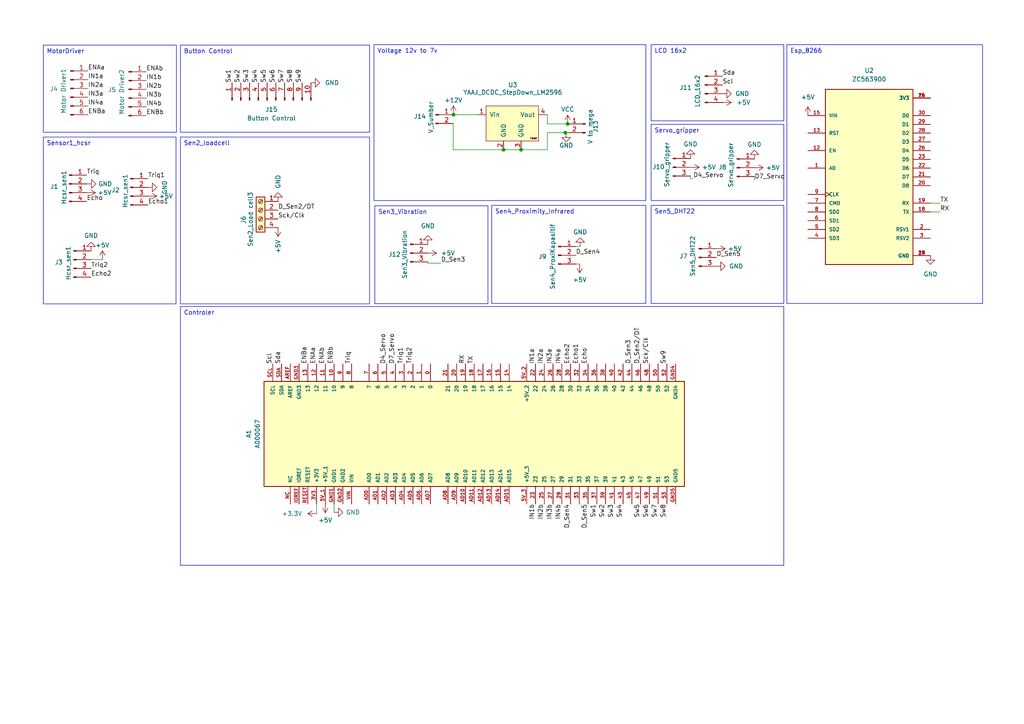
<source format=kicad_sch>
(kicad_sch (version 20230121) (generator eeschema)

  (uuid 1d4c9a29-d48f-4cdd-a60d-b4a981b104b3)

  (paper "A4")

  (lib_symbols
    (symbol "Arduino Mega:A000067" (pin_names (offset 1.016)) (in_bom yes) (on_board yes)
      (property "Reference" "A" (at -15.24 61.595 0)
        (effects (font (size 1.27 1.27)) (justify left bottom))
      )
      (property "Value" "A000067" (at -15.24 -63.5 0)
        (effects (font (size 1.27 1.27)) (justify left bottom))
      )
      (property "Footprint" "A000067:ARDUINO_A000067" (at 0 0 0)
        (effects (font (size 1.27 1.27)) (justify bottom) hide)
      )
      (property "Datasheet" "" (at 0 0 0)
        (effects (font (size 1.27 1.27)) hide)
      )
      (property "MF" "Arduino" (at 0 0 0)
        (effects (font (size 1.27 1.27)) (justify bottom) hide)
      )
      (property "DESCRIPTION" "Dev.kit: Arduino; SPI, TWI, UART; ICSP, USB B, pin strips, supply" (at 0 0 0)
        (effects (font (size 1.27 1.27)) (justify bottom) hide)
      )
      (property "PACKAGE" "None" (at 0 0 0)
        (effects (font (size 1.27 1.27)) (justify bottom) hide)
      )
      (property "PRICE" "None" (at 0 0 0)
        (effects (font (size 1.27 1.27)) (justify bottom) hide)
      )
      (property "Package" "Non-Standard Arduino" (at 0 0 0)
        (effects (font (size 1.27 1.27)) (justify bottom) hide)
      )
      (property "Check_prices" "https://www.snapeda.com/parts/Arduino%20Mega%202560%20Rev3/Arduino/view-part/?ref=eda" (at 0 0 0)
        (effects (font (size 1.27 1.27)) (justify bottom) hide)
      )
      (property "Price" "None" (at 0 0 0)
        (effects (font (size 1.27 1.27)) (justify bottom) hide)
      )
      (property "SnapEDA_Link" "https://www.snapeda.com/parts/Arduino%20Mega%202560%20Rev3/Arduino/view-part/?ref=snap" (at 0 0 0)
        (effects (font (size 1.27 1.27)) (justify bottom) hide)
      )
      (property "MP" "Arduino Mega 2560 Rev3" (at 0 0 0)
        (effects (font (size 1.27 1.27)) (justify bottom) hide)
      )
      (property "Availability" "In Stock" (at 0 0 0)
        (effects (font (size 1.27 1.27)) (justify bottom) hide)
      )
      (property "AVAILABILITY" "Unavailable" (at 0 0 0)
        (effects (font (size 1.27 1.27)) (justify bottom) hide)
      )
      (property "Description" "\n                        \n                            8-bit board with 54 digital pins, 16 analog inputs, and 4 serial ports.\n                        \n" (at 0 0 0)
        (effects (font (size 1.27 1.27)) (justify bottom) hide)
      )
      (symbol "A000067_0_0"
        (rectangle (start -15.24 -60.96) (end 15.24 60.96)
          (stroke (width 0.254) (type default))
          (fill (type background))
        )
        (pin passive line (at 20.32 12.7 180) (length 5.08)
          (name "0" (effects (font (size 1.016 1.016))))
          (number "0" (effects (font (size 1.016 1.016))))
        )
        (pin passive line (at 20.32 15.24 180) (length 5.08)
          (name "1" (effects (font (size 1.016 1.016))))
          (number "1" (effects (font (size 1.016 1.016))))
        )
        (pin passive line (at 20.32 40.64 180) (length 5.08)
          (name "10" (effects (font (size 1.016 1.016))))
          (number "10" (effects (font (size 1.016 1.016))))
        )
        (pin passive line (at 20.32 43.18 180) (length 5.08)
          (name "11" (effects (font (size 1.016 1.016))))
          (number "11" (effects (font (size 1.016 1.016))))
        )
        (pin passive line (at 20.32 45.72 180) (length 5.08)
          (name "12" (effects (font (size 1.016 1.016))))
          (number "12" (effects (font (size 1.016 1.016))))
        )
        (pin passive line (at 20.32 48.26 180) (length 5.08)
          (name "13" (effects (font (size 1.016 1.016))))
          (number "13" (effects (font (size 1.016 1.016))))
        )
        (pin passive line (at 20.32 -10.16 180) (length 5.08)
          (name "14" (effects (font (size 1.016 1.016))))
          (number "14" (effects (font (size 1.016 1.016))))
        )
        (pin passive line (at 20.32 -7.62 180) (length 5.08)
          (name "15" (effects (font (size 1.016 1.016))))
          (number "15" (effects (font (size 1.016 1.016))))
        )
        (pin passive line (at 20.32 -5.08 180) (length 5.08)
          (name "16" (effects (font (size 1.016 1.016))))
          (number "16" (effects (font (size 1.016 1.016))))
        )
        (pin passive line (at 20.32 -2.54 180) (length 5.08)
          (name "17" (effects (font (size 1.016 1.016))))
          (number "17" (effects (font (size 1.016 1.016))))
        )
        (pin passive line (at 20.32 0 180) (length 5.08)
          (name "18" (effects (font (size 1.016 1.016))))
          (number "18" (effects (font (size 1.016 1.016))))
        )
        (pin passive line (at 20.32 2.54 180) (length 5.08)
          (name "19" (effects (font (size 1.016 1.016))))
          (number "19" (effects (font (size 1.016 1.016))))
        )
        (pin passive line (at 20.32 17.78 180) (length 5.08)
          (name "2" (effects (font (size 1.016 1.016))))
          (number "2" (effects (font (size 1.016 1.016))))
        )
        (pin passive line (at 20.32 5.08 180) (length 5.08)
          (name "20" (effects (font (size 1.016 1.016))))
          (number "20" (effects (font (size 1.016 1.016))))
        )
        (pin passive line (at 20.32 7.62 180) (length 5.08)
          (name "21" (effects (font (size 1.016 1.016))))
          (number "21" (effects (font (size 1.016 1.016))))
        )
        (pin passive line (at 20.32 -17.78 180) (length 5.08)
          (name "22" (effects (font (size 1.016 1.016))))
          (number "22" (effects (font (size 1.016 1.016))))
        )
        (pin passive line (at -20.32 -17.78 0) (length 5.08)
          (name "23" (effects (font (size 1.016 1.016))))
          (number "23" (effects (font (size 1.016 1.016))))
        )
        (pin passive line (at 20.32 -20.32 180) (length 5.08)
          (name "24" (effects (font (size 1.016 1.016))))
          (number "24" (effects (font (size 1.016 1.016))))
        )
        (pin passive line (at -20.32 -20.32 0) (length 5.08)
          (name "25" (effects (font (size 1.016 1.016))))
          (number "25" (effects (font (size 1.016 1.016))))
        )
        (pin passive line (at 20.32 -22.86 180) (length 5.08)
          (name "26" (effects (font (size 1.016 1.016))))
          (number "26" (effects (font (size 1.016 1.016))))
        )
        (pin passive line (at -20.32 -22.86 0) (length 5.08)
          (name "27" (effects (font (size 1.016 1.016))))
          (number "27" (effects (font (size 1.016 1.016))))
        )
        (pin passive line (at 20.32 -25.4 180) (length 5.08)
          (name "28" (effects (font (size 1.016 1.016))))
          (number "28" (effects (font (size 1.016 1.016))))
        )
        (pin passive line (at -20.32 -25.4 0) (length 5.08)
          (name "29" (effects (font (size 1.016 1.016))))
          (number "29" (effects (font (size 1.016 1.016))))
        )
        (pin passive line (at 20.32 20.32 180) (length 5.08)
          (name "3" (effects (font (size 1.016 1.016))))
          (number "3" (effects (font (size 1.016 1.016))))
        )
        (pin passive line (at 20.32 -27.94 180) (length 5.08)
          (name "30" (effects (font (size 1.016 1.016))))
          (number "30" (effects (font (size 1.016 1.016))))
        )
        (pin passive line (at -20.32 -27.94 0) (length 5.08)
          (name "31" (effects (font (size 1.016 1.016))))
          (number "31" (effects (font (size 1.016 1.016))))
        )
        (pin passive line (at 20.32 -30.48 180) (length 5.08)
          (name "32" (effects (font (size 1.016 1.016))))
          (number "32" (effects (font (size 1.016 1.016))))
        )
        (pin passive line (at -20.32 -30.48 0) (length 5.08)
          (name "33" (effects (font (size 1.016 1.016))))
          (number "33" (effects (font (size 1.016 1.016))))
        )
        (pin passive line (at 20.32 -33.02 180) (length 5.08)
          (name "34" (effects (font (size 1.016 1.016))))
          (number "34" (effects (font (size 1.016 1.016))))
        )
        (pin passive line (at -20.32 -33.02 0) (length 5.08)
          (name "35" (effects (font (size 1.016 1.016))))
          (number "35" (effects (font (size 1.016 1.016))))
        )
        (pin passive line (at 20.32 -35.56 180) (length 5.08)
          (name "36" (effects (font (size 1.016 1.016))))
          (number "36" (effects (font (size 1.016 1.016))))
        )
        (pin passive line (at -20.32 -35.56 0) (length 5.08)
          (name "37" (effects (font (size 1.016 1.016))))
          (number "37" (effects (font (size 1.016 1.016))))
        )
        (pin passive line (at 20.32 -38.1 180) (length 5.08)
          (name "38" (effects (font (size 1.016 1.016))))
          (number "38" (effects (font (size 1.016 1.016))))
        )
        (pin passive line (at -20.32 -38.1 0) (length 5.08)
          (name "39" (effects (font (size 1.016 1.016))))
          (number "39" (effects (font (size 1.016 1.016))))
        )
        (pin passive line (at -20.32 45.72 0) (length 5.08)
          (name "+3V3" (effects (font (size 1.016 1.016))))
          (number "3V3" (effects (font (size 1.016 1.016))))
        )
        (pin passive line (at 20.32 22.86 180) (length 5.08)
          (name "4" (effects (font (size 1.016 1.016))))
          (number "4" (effects (font (size 1.016 1.016))))
        )
        (pin passive line (at 20.32 -40.64 180) (length 5.08)
          (name "40" (effects (font (size 1.016 1.016))))
          (number "40" (effects (font (size 1.016 1.016))))
        )
        (pin passive line (at -20.32 -40.64 0) (length 5.08)
          (name "41" (effects (font (size 1.016 1.016))))
          (number "41" (effects (font (size 1.016 1.016))))
        )
        (pin passive line (at 20.32 -43.18 180) (length 5.08)
          (name "42" (effects (font (size 1.016 1.016))))
          (number "42" (effects (font (size 1.016 1.016))))
        )
        (pin passive line (at -20.32 -43.18 0) (length 5.08)
          (name "43" (effects (font (size 1.016 1.016))))
          (number "43" (effects (font (size 1.016 1.016))))
        )
        (pin passive line (at 20.32 -45.72 180) (length 5.08)
          (name "44" (effects (font (size 1.016 1.016))))
          (number "44" (effects (font (size 1.016 1.016))))
        )
        (pin passive line (at -20.32 -45.72 0) (length 5.08)
          (name "45" (effects (font (size 1.016 1.016))))
          (number "45" (effects (font (size 1.016 1.016))))
        )
        (pin passive line (at 20.32 -48.26 180) (length 5.08)
          (name "46" (effects (font (size 1.016 1.016))))
          (number "46" (effects (font (size 1.016 1.016))))
        )
        (pin passive line (at -20.32 -48.26 0) (length 5.08)
          (name "47" (effects (font (size 1.016 1.016))))
          (number "47" (effects (font (size 1.016 1.016))))
        )
        (pin passive line (at 20.32 -50.8 180) (length 5.08)
          (name "48" (effects (font (size 1.016 1.016))))
          (number "48" (effects (font (size 1.016 1.016))))
        )
        (pin passive line (at -20.32 -50.8 0) (length 5.08)
          (name "49" (effects (font (size 1.016 1.016))))
          (number "49" (effects (font (size 1.016 1.016))))
        )
        (pin passive line (at 20.32 25.4 180) (length 5.08)
          (name "5" (effects (font (size 1.016 1.016))))
          (number "5" (effects (font (size 1.016 1.016))))
        )
        (pin passive line (at 20.32 -53.34 180) (length 5.08)
          (name "50" (effects (font (size 1.016 1.016))))
          (number "50" (effects (font (size 1.016 1.016))))
        )
        (pin passive line (at -20.32 -53.34 0) (length 5.08)
          (name "51" (effects (font (size 1.016 1.016))))
          (number "51" (effects (font (size 1.016 1.016))))
        )
        (pin passive line (at 20.32 -55.88 180) (length 5.08)
          (name "52" (effects (font (size 1.016 1.016))))
          (number "52" (effects (font (size 1.016 1.016))))
        )
        (pin passive line (at -20.32 -55.88 0) (length 5.08)
          (name "53" (effects (font (size 1.016 1.016))))
          (number "53" (effects (font (size 1.016 1.016))))
        )
        (pin passive line (at -20.32 43.18 0) (length 5.08)
          (name "+5V_1" (effects (font (size 1.016 1.016))))
          (number "5V_1" (effects (font (size 1.016 1.016))))
        )
        (pin passive line (at 20.32 -15.24 180) (length 5.08)
          (name "+5V_2" (effects (font (size 1.016 1.016))))
          (number "5V_2" (effects (font (size 1.016 1.016))))
        )
        (pin passive line (at -20.32 -15.24 0) (length 5.08)
          (name "+5V_3" (effects (font (size 1.016 1.016))))
          (number "5V_3" (effects (font (size 1.016 1.016))))
        )
        (pin passive line (at 20.32 27.94 180) (length 5.08)
          (name "6" (effects (font (size 1.016 1.016))))
          (number "6" (effects (font (size 1.016 1.016))))
        )
        (pin passive line (at 20.32 30.48 180) (length 5.08)
          (name "7" (effects (font (size 1.016 1.016))))
          (number "7" (effects (font (size 1.016 1.016))))
        )
        (pin passive line (at 20.32 35.56 180) (length 5.08)
          (name "8" (effects (font (size 1.016 1.016))))
          (number "8" (effects (font (size 1.016 1.016))))
        )
        (pin passive line (at 20.32 38.1 180) (length 5.08)
          (name "9" (effects (font (size 1.016 1.016))))
          (number "9" (effects (font (size 1.016 1.016))))
        )
        (pin passive line (at -20.32 30.48 0) (length 5.08)
          (name "AD0" (effects (font (size 1.016 1.016))))
          (number "AD0" (effects (font (size 1.016 1.016))))
        )
        (pin passive line (at -20.32 27.94 0) (length 5.08)
          (name "AD1" (effects (font (size 1.016 1.016))))
          (number "AD1" (effects (font (size 1.016 1.016))))
        )
        (pin passive line (at -20.32 2.54 0) (length 5.08)
          (name "AD10" (effects (font (size 1.016 1.016))))
          (number "AD10" (effects (font (size 1.016 1.016))))
        )
        (pin passive line (at -20.32 0 0) (length 5.08)
          (name "AD11" (effects (font (size 1.016 1.016))))
          (number "AD11" (effects (font (size 1.016 1.016))))
        )
        (pin passive line (at -20.32 -2.54 0) (length 5.08)
          (name "AD12" (effects (font (size 1.016 1.016))))
          (number "AD12" (effects (font (size 1.016 1.016))))
        )
        (pin passive line (at -20.32 -5.08 0) (length 5.08)
          (name "AD13" (effects (font (size 1.016 1.016))))
          (number "AD13" (effects (font (size 1.016 1.016))))
        )
        (pin passive line (at -20.32 -7.62 0) (length 5.08)
          (name "AD14" (effects (font (size 1.016 1.016))))
          (number "AD14" (effects (font (size 1.016 1.016))))
        )
        (pin passive line (at -20.32 -10.16 0) (length 5.08)
          (name "AD15" (effects (font (size 1.016 1.016))))
          (number "AD15" (effects (font (size 1.016 1.016))))
        )
        (pin passive line (at -20.32 25.4 0) (length 5.08)
          (name "AD2" (effects (font (size 1.016 1.016))))
          (number "AD2" (effects (font (size 1.016 1.016))))
        )
        (pin passive line (at -20.32 22.86 0) (length 5.08)
          (name "AD3" (effects (font (size 1.016 1.016))))
          (number "AD3" (effects (font (size 1.016 1.016))))
        )
        (pin passive line (at -20.32 20.32 0) (length 5.08)
          (name "AD4" (effects (font (size 1.016 1.016))))
          (number "AD4" (effects (font (size 1.016 1.016))))
        )
        (pin passive line (at -20.32 17.78 0) (length 5.08)
          (name "AD5" (effects (font (size 1.016 1.016))))
          (number "AD5" (effects (font (size 1.016 1.016))))
        )
        (pin passive line (at -20.32 15.24 0) (length 5.08)
          (name "AD6" (effects (font (size 1.016 1.016))))
          (number "AD6" (effects (font (size 1.016 1.016))))
        )
        (pin passive line (at -20.32 12.7 0) (length 5.08)
          (name "AD7" (effects (font (size 1.016 1.016))))
          (number "AD7" (effects (font (size 1.016 1.016))))
        )
        (pin passive line (at -20.32 7.62 0) (length 5.08)
          (name "AD8" (effects (font (size 1.016 1.016))))
          (number "AD8" (effects (font (size 1.016 1.016))))
        )
        (pin passive line (at -20.32 5.08 0) (length 5.08)
          (name "AD9" (effects (font (size 1.016 1.016))))
          (number "AD9" (effects (font (size 1.016 1.016))))
        )
        (pin passive line (at 20.32 53.34 180) (length 5.08)
          (name "AREF" (effects (font (size 1.016 1.016))))
          (number "AREF" (effects (font (size 1.016 1.016))))
        )
        (pin passive line (at -20.32 40.64 0) (length 5.08)
          (name "GND1" (effects (font (size 1.016 1.016))))
          (number "GND1" (effects (font (size 1.016 1.016))))
        )
        (pin passive line (at -20.32 38.1 0) (length 5.08)
          (name "GND2" (effects (font (size 1.016 1.016))))
          (number "GND2" (effects (font (size 1.016 1.016))))
        )
        (pin passive line (at 20.32 50.8 180) (length 5.08)
          (name "GND3" (effects (font (size 1.016 1.016))))
          (number "GND3" (effects (font (size 1.016 1.016))))
        )
        (pin passive line (at 20.32 -58.42 180) (length 5.08)
          (name "GND4" (effects (font (size 1.016 1.016))))
          (number "GND4" (effects (font (size 1.016 1.016))))
        )
        (pin passive line (at -20.32 -58.42 0) (length 5.08)
          (name "GND5" (effects (font (size 1.016 1.016))))
          (number "GND5" (effects (font (size 1.016 1.016))))
        )
        (pin passive line (at -20.32 50.8 0) (length 5.08)
          (name "IOREF" (effects (font (size 1.016 1.016))))
          (number "IOREF" (effects (font (size 1.016 1.016))))
        )
        (pin passive line (at -20.32 53.34 0) (length 5.08)
          (name "NC" (effects (font (size 1.016 1.016))))
          (number "NC" (effects (font (size 1.016 1.016))))
        )
        (pin passive line (at -20.32 48.26 0) (length 5.08)
          (name "RESET" (effects (font (size 1.016 1.016))))
          (number "RESET" (effects (font (size 1.016 1.016))))
        )
        (pin passive line (at 20.32 58.42 180) (length 5.08)
          (name "SCL" (effects (font (size 1.016 1.016))))
          (number "SCL" (effects (font (size 1.016 1.016))))
        )
        (pin passive line (at 20.32 55.88 180) (length 5.08)
          (name "SDA" (effects (font (size 1.016 1.016))))
          (number "SDA" (effects (font (size 1.016 1.016))))
        )
        (pin passive line (at -20.32 35.56 0) (length 5.08)
          (name "VIN" (effects (font (size 1.016 1.016))))
          (number "VIN" (effects (font (size 1.016 1.016))))
        )
      )
    )
    (symbol "Connector:Conn_01x02_Pin" (pin_names (offset 1.016) hide) (in_bom yes) (on_board yes)
      (property "Reference" "J" (at 0 2.54 0)
        (effects (font (size 1.27 1.27)))
      )
      (property "Value" "Conn_01x02_Pin" (at 0 -5.08 0)
        (effects (font (size 1.27 1.27)))
      )
      (property "Footprint" "" (at 0 0 0)
        (effects (font (size 1.27 1.27)) hide)
      )
      (property "Datasheet" "~" (at 0 0 0)
        (effects (font (size 1.27 1.27)) hide)
      )
      (property "ki_locked" "" (at 0 0 0)
        (effects (font (size 1.27 1.27)))
      )
      (property "ki_keywords" "connector" (at 0 0 0)
        (effects (font (size 1.27 1.27)) hide)
      )
      (property "ki_description" "Generic connector, single row, 01x02, script generated" (at 0 0 0)
        (effects (font (size 1.27 1.27)) hide)
      )
      (property "ki_fp_filters" "Connector*:*_1x??_*" (at 0 0 0)
        (effects (font (size 1.27 1.27)) hide)
      )
      (symbol "Conn_01x02_Pin_1_1"
        (polyline
          (pts
            (xy 1.27 -2.54)
            (xy 0.8636 -2.54)
          )
          (stroke (width 0.1524) (type default))
          (fill (type none))
        )
        (polyline
          (pts
            (xy 1.27 0)
            (xy 0.8636 0)
          )
          (stroke (width 0.1524) (type default))
          (fill (type none))
        )
        (rectangle (start 0.8636 -2.413) (end 0 -2.667)
          (stroke (width 0.1524) (type default))
          (fill (type outline))
        )
        (rectangle (start 0.8636 0.127) (end 0 -0.127)
          (stroke (width 0.1524) (type default))
          (fill (type outline))
        )
        (pin passive line (at 5.08 0 180) (length 3.81)
          (name "Pin_1" (effects (font (size 1.27 1.27))))
          (number "1" (effects (font (size 1.27 1.27))))
        )
        (pin passive line (at 5.08 -2.54 180) (length 3.81)
          (name "Pin_2" (effects (font (size 1.27 1.27))))
          (number "2" (effects (font (size 1.27 1.27))))
        )
      )
    )
    (symbol "Connector:Conn_01x03_Pin" (pin_names (offset 1.016) hide) (in_bom yes) (on_board yes)
      (property "Reference" "J" (at 0 5.08 0)
        (effects (font (size 1.27 1.27)))
      )
      (property "Value" "Conn_01x03_Pin" (at 0 -5.08 0)
        (effects (font (size 1.27 1.27)))
      )
      (property "Footprint" "" (at 0 0 0)
        (effects (font (size 1.27 1.27)) hide)
      )
      (property "Datasheet" "~" (at 0 0 0)
        (effects (font (size 1.27 1.27)) hide)
      )
      (property "ki_locked" "" (at 0 0 0)
        (effects (font (size 1.27 1.27)))
      )
      (property "ki_keywords" "connector" (at 0 0 0)
        (effects (font (size 1.27 1.27)) hide)
      )
      (property "ki_description" "Generic connector, single row, 01x03, script generated" (at 0 0 0)
        (effects (font (size 1.27 1.27)) hide)
      )
      (property "ki_fp_filters" "Connector*:*_1x??_*" (at 0 0 0)
        (effects (font (size 1.27 1.27)) hide)
      )
      (symbol "Conn_01x03_Pin_1_1"
        (polyline
          (pts
            (xy 1.27 -2.54)
            (xy 0.8636 -2.54)
          )
          (stroke (width 0.1524) (type default))
          (fill (type none))
        )
        (polyline
          (pts
            (xy 1.27 0)
            (xy 0.8636 0)
          )
          (stroke (width 0.1524) (type default))
          (fill (type none))
        )
        (polyline
          (pts
            (xy 1.27 2.54)
            (xy 0.8636 2.54)
          )
          (stroke (width 0.1524) (type default))
          (fill (type none))
        )
        (rectangle (start 0.8636 -2.413) (end 0 -2.667)
          (stroke (width 0.1524) (type default))
          (fill (type outline))
        )
        (rectangle (start 0.8636 0.127) (end 0 -0.127)
          (stroke (width 0.1524) (type default))
          (fill (type outline))
        )
        (rectangle (start 0.8636 2.667) (end 0 2.413)
          (stroke (width 0.1524) (type default))
          (fill (type outline))
        )
        (pin passive line (at 5.08 2.54 180) (length 3.81)
          (name "Pin_1" (effects (font (size 1.27 1.27))))
          (number "1" (effects (font (size 1.27 1.27))))
        )
        (pin passive line (at 5.08 0 180) (length 3.81)
          (name "Pin_2" (effects (font (size 1.27 1.27))))
          (number "2" (effects (font (size 1.27 1.27))))
        )
        (pin passive line (at 5.08 -2.54 180) (length 3.81)
          (name "Pin_3" (effects (font (size 1.27 1.27))))
          (number "3" (effects (font (size 1.27 1.27))))
        )
      )
    )
    (symbol "Connector:Conn_01x04_Pin" (pin_names (offset 1.016) hide) (in_bom yes) (on_board yes)
      (property "Reference" "J" (at 0 5.08 0)
        (effects (font (size 1.27 1.27)))
      )
      (property "Value" "Conn_01x04_Pin" (at 0 -7.62 0)
        (effects (font (size 1.27 1.27)))
      )
      (property "Footprint" "" (at 0 0 0)
        (effects (font (size 1.27 1.27)) hide)
      )
      (property "Datasheet" "~" (at 0 0 0)
        (effects (font (size 1.27 1.27)) hide)
      )
      (property "ki_locked" "" (at 0 0 0)
        (effects (font (size 1.27 1.27)))
      )
      (property "ki_keywords" "connector" (at 0 0 0)
        (effects (font (size 1.27 1.27)) hide)
      )
      (property "ki_description" "Generic connector, single row, 01x04, script generated" (at 0 0 0)
        (effects (font (size 1.27 1.27)) hide)
      )
      (property "ki_fp_filters" "Connector*:*_1x??_*" (at 0 0 0)
        (effects (font (size 1.27 1.27)) hide)
      )
      (symbol "Conn_01x04_Pin_1_1"
        (polyline
          (pts
            (xy 1.27 -5.08)
            (xy 0.8636 -5.08)
          )
          (stroke (width 0.1524) (type default))
          (fill (type none))
        )
        (polyline
          (pts
            (xy 1.27 -2.54)
            (xy 0.8636 -2.54)
          )
          (stroke (width 0.1524) (type default))
          (fill (type none))
        )
        (polyline
          (pts
            (xy 1.27 0)
            (xy 0.8636 0)
          )
          (stroke (width 0.1524) (type default))
          (fill (type none))
        )
        (polyline
          (pts
            (xy 1.27 2.54)
            (xy 0.8636 2.54)
          )
          (stroke (width 0.1524) (type default))
          (fill (type none))
        )
        (rectangle (start 0.8636 -4.953) (end 0 -5.207)
          (stroke (width 0.1524) (type default))
          (fill (type outline))
        )
        (rectangle (start 0.8636 -2.413) (end 0 -2.667)
          (stroke (width 0.1524) (type default))
          (fill (type outline))
        )
        (rectangle (start 0.8636 0.127) (end 0 -0.127)
          (stroke (width 0.1524) (type default))
          (fill (type outline))
        )
        (rectangle (start 0.8636 2.667) (end 0 2.413)
          (stroke (width 0.1524) (type default))
          (fill (type outline))
        )
        (pin passive line (at 5.08 2.54 180) (length 3.81)
          (name "Pin_1" (effects (font (size 1.27 1.27))))
          (number "1" (effects (font (size 1.27 1.27))))
        )
        (pin passive line (at 5.08 0 180) (length 3.81)
          (name "Pin_2" (effects (font (size 1.27 1.27))))
          (number "2" (effects (font (size 1.27 1.27))))
        )
        (pin passive line (at 5.08 -2.54 180) (length 3.81)
          (name "Pin_3" (effects (font (size 1.27 1.27))))
          (number "3" (effects (font (size 1.27 1.27))))
        )
        (pin passive line (at 5.08 -5.08 180) (length 3.81)
          (name "Pin_4" (effects (font (size 1.27 1.27))))
          (number "4" (effects (font (size 1.27 1.27))))
        )
      )
    )
    (symbol "Connector:Conn_01x06_Pin" (pin_names (offset 1.016) hide) (in_bom yes) (on_board yes)
      (property "Reference" "J" (at 0 7.62 0)
        (effects (font (size 1.27 1.27)))
      )
      (property "Value" "Conn_01x06_Pin" (at 0 -10.16 0)
        (effects (font (size 1.27 1.27)))
      )
      (property "Footprint" "" (at 0 0 0)
        (effects (font (size 1.27 1.27)) hide)
      )
      (property "Datasheet" "~" (at 0 0 0)
        (effects (font (size 1.27 1.27)) hide)
      )
      (property "ki_locked" "" (at 0 0 0)
        (effects (font (size 1.27 1.27)))
      )
      (property "ki_keywords" "connector" (at 0 0 0)
        (effects (font (size 1.27 1.27)) hide)
      )
      (property "ki_description" "Generic connector, single row, 01x06, script generated" (at 0 0 0)
        (effects (font (size 1.27 1.27)) hide)
      )
      (property "ki_fp_filters" "Connector*:*_1x??_*" (at 0 0 0)
        (effects (font (size 1.27 1.27)) hide)
      )
      (symbol "Conn_01x06_Pin_1_1"
        (polyline
          (pts
            (xy 1.27 -7.62)
            (xy 0.8636 -7.62)
          )
          (stroke (width 0.1524) (type default))
          (fill (type none))
        )
        (polyline
          (pts
            (xy 1.27 -5.08)
            (xy 0.8636 -5.08)
          )
          (stroke (width 0.1524) (type default))
          (fill (type none))
        )
        (polyline
          (pts
            (xy 1.27 -2.54)
            (xy 0.8636 -2.54)
          )
          (stroke (width 0.1524) (type default))
          (fill (type none))
        )
        (polyline
          (pts
            (xy 1.27 0)
            (xy 0.8636 0)
          )
          (stroke (width 0.1524) (type default))
          (fill (type none))
        )
        (polyline
          (pts
            (xy 1.27 2.54)
            (xy 0.8636 2.54)
          )
          (stroke (width 0.1524) (type default))
          (fill (type none))
        )
        (polyline
          (pts
            (xy 1.27 5.08)
            (xy 0.8636 5.08)
          )
          (stroke (width 0.1524) (type default))
          (fill (type none))
        )
        (rectangle (start 0.8636 -7.493) (end 0 -7.747)
          (stroke (width 0.1524) (type default))
          (fill (type outline))
        )
        (rectangle (start 0.8636 -4.953) (end 0 -5.207)
          (stroke (width 0.1524) (type default))
          (fill (type outline))
        )
        (rectangle (start 0.8636 -2.413) (end 0 -2.667)
          (stroke (width 0.1524) (type default))
          (fill (type outline))
        )
        (rectangle (start 0.8636 0.127) (end 0 -0.127)
          (stroke (width 0.1524) (type default))
          (fill (type outline))
        )
        (rectangle (start 0.8636 2.667) (end 0 2.413)
          (stroke (width 0.1524) (type default))
          (fill (type outline))
        )
        (rectangle (start 0.8636 5.207) (end 0 4.953)
          (stroke (width 0.1524) (type default))
          (fill (type outline))
        )
        (pin passive line (at 5.08 5.08 180) (length 3.81)
          (name "Pin_1" (effects (font (size 1.27 1.27))))
          (number "1" (effects (font (size 1.27 1.27))))
        )
        (pin passive line (at 5.08 2.54 180) (length 3.81)
          (name "Pin_2" (effects (font (size 1.27 1.27))))
          (number "2" (effects (font (size 1.27 1.27))))
        )
        (pin passive line (at 5.08 0 180) (length 3.81)
          (name "Pin_3" (effects (font (size 1.27 1.27))))
          (number "3" (effects (font (size 1.27 1.27))))
        )
        (pin passive line (at 5.08 -2.54 180) (length 3.81)
          (name "Pin_4" (effects (font (size 1.27 1.27))))
          (number "4" (effects (font (size 1.27 1.27))))
        )
        (pin passive line (at 5.08 -5.08 180) (length 3.81)
          (name "Pin_5" (effects (font (size 1.27 1.27))))
          (number "5" (effects (font (size 1.27 1.27))))
        )
        (pin passive line (at 5.08 -7.62 180) (length 3.81)
          (name "Pin_6" (effects (font (size 1.27 1.27))))
          (number "6" (effects (font (size 1.27 1.27))))
        )
      )
    )
    (symbol "Connector:Conn_01x10_Pin" (pin_names (offset 1.016) hide) (in_bom yes) (on_board yes)
      (property "Reference" "J" (at 0 12.7 0)
        (effects (font (size 1.27 1.27)))
      )
      (property "Value" "Conn_01x10_Pin" (at 0 -15.24 0)
        (effects (font (size 1.27 1.27)))
      )
      (property "Footprint" "" (at 0 0 0)
        (effects (font (size 1.27 1.27)) hide)
      )
      (property "Datasheet" "~" (at 0 0 0)
        (effects (font (size 1.27 1.27)) hide)
      )
      (property "ki_locked" "" (at 0 0 0)
        (effects (font (size 1.27 1.27)))
      )
      (property "ki_keywords" "connector" (at 0 0 0)
        (effects (font (size 1.27 1.27)) hide)
      )
      (property "ki_description" "Generic connector, single row, 01x10, script generated" (at 0 0 0)
        (effects (font (size 1.27 1.27)) hide)
      )
      (property "ki_fp_filters" "Connector*:*_1x??_*" (at 0 0 0)
        (effects (font (size 1.27 1.27)) hide)
      )
      (symbol "Conn_01x10_Pin_1_1"
        (polyline
          (pts
            (xy 1.27 -12.7)
            (xy 0.8636 -12.7)
          )
          (stroke (width 0.1524) (type default))
          (fill (type none))
        )
        (polyline
          (pts
            (xy 1.27 -10.16)
            (xy 0.8636 -10.16)
          )
          (stroke (width 0.1524) (type default))
          (fill (type none))
        )
        (polyline
          (pts
            (xy 1.27 -7.62)
            (xy 0.8636 -7.62)
          )
          (stroke (width 0.1524) (type default))
          (fill (type none))
        )
        (polyline
          (pts
            (xy 1.27 -5.08)
            (xy 0.8636 -5.08)
          )
          (stroke (width 0.1524) (type default))
          (fill (type none))
        )
        (polyline
          (pts
            (xy 1.27 -2.54)
            (xy 0.8636 -2.54)
          )
          (stroke (width 0.1524) (type default))
          (fill (type none))
        )
        (polyline
          (pts
            (xy 1.27 0)
            (xy 0.8636 0)
          )
          (stroke (width 0.1524) (type default))
          (fill (type none))
        )
        (polyline
          (pts
            (xy 1.27 2.54)
            (xy 0.8636 2.54)
          )
          (stroke (width 0.1524) (type default))
          (fill (type none))
        )
        (polyline
          (pts
            (xy 1.27 5.08)
            (xy 0.8636 5.08)
          )
          (stroke (width 0.1524) (type default))
          (fill (type none))
        )
        (polyline
          (pts
            (xy 1.27 7.62)
            (xy 0.8636 7.62)
          )
          (stroke (width 0.1524) (type default))
          (fill (type none))
        )
        (polyline
          (pts
            (xy 1.27 10.16)
            (xy 0.8636 10.16)
          )
          (stroke (width 0.1524) (type default))
          (fill (type none))
        )
        (rectangle (start 0.8636 -12.573) (end 0 -12.827)
          (stroke (width 0.1524) (type default))
          (fill (type outline))
        )
        (rectangle (start 0.8636 -10.033) (end 0 -10.287)
          (stroke (width 0.1524) (type default))
          (fill (type outline))
        )
        (rectangle (start 0.8636 -7.493) (end 0 -7.747)
          (stroke (width 0.1524) (type default))
          (fill (type outline))
        )
        (rectangle (start 0.8636 -4.953) (end 0 -5.207)
          (stroke (width 0.1524) (type default))
          (fill (type outline))
        )
        (rectangle (start 0.8636 -2.413) (end 0 -2.667)
          (stroke (width 0.1524) (type default))
          (fill (type outline))
        )
        (rectangle (start 0.8636 0.127) (end 0 -0.127)
          (stroke (width 0.1524) (type default))
          (fill (type outline))
        )
        (rectangle (start 0.8636 2.667) (end 0 2.413)
          (stroke (width 0.1524) (type default))
          (fill (type outline))
        )
        (rectangle (start 0.8636 5.207) (end 0 4.953)
          (stroke (width 0.1524) (type default))
          (fill (type outline))
        )
        (rectangle (start 0.8636 7.747) (end 0 7.493)
          (stroke (width 0.1524) (type default))
          (fill (type outline))
        )
        (rectangle (start 0.8636 10.287) (end 0 10.033)
          (stroke (width 0.1524) (type default))
          (fill (type outline))
        )
        (pin passive line (at 5.08 10.16 180) (length 3.81)
          (name "Pin_1" (effects (font (size 1.27 1.27))))
          (number "1" (effects (font (size 1.27 1.27))))
        )
        (pin passive line (at 5.08 -12.7 180) (length 3.81)
          (name "Pin_10" (effects (font (size 1.27 1.27))))
          (number "10" (effects (font (size 1.27 1.27))))
        )
        (pin passive line (at 5.08 7.62 180) (length 3.81)
          (name "Pin_2" (effects (font (size 1.27 1.27))))
          (number "2" (effects (font (size 1.27 1.27))))
        )
        (pin passive line (at 5.08 5.08 180) (length 3.81)
          (name "Pin_3" (effects (font (size 1.27 1.27))))
          (number "3" (effects (font (size 1.27 1.27))))
        )
        (pin passive line (at 5.08 2.54 180) (length 3.81)
          (name "Pin_4" (effects (font (size 1.27 1.27))))
          (number "4" (effects (font (size 1.27 1.27))))
        )
        (pin passive line (at 5.08 0 180) (length 3.81)
          (name "Pin_5" (effects (font (size 1.27 1.27))))
          (number "5" (effects (font (size 1.27 1.27))))
        )
        (pin passive line (at 5.08 -2.54 180) (length 3.81)
          (name "Pin_6" (effects (font (size 1.27 1.27))))
          (number "6" (effects (font (size 1.27 1.27))))
        )
        (pin passive line (at 5.08 -5.08 180) (length 3.81)
          (name "Pin_7" (effects (font (size 1.27 1.27))))
          (number "7" (effects (font (size 1.27 1.27))))
        )
        (pin passive line (at 5.08 -7.62 180) (length 3.81)
          (name "Pin_8" (effects (font (size 1.27 1.27))))
          (number "8" (effects (font (size 1.27 1.27))))
        )
        (pin passive line (at 5.08 -10.16 180) (length 3.81)
          (name "Pin_9" (effects (font (size 1.27 1.27))))
          (number "9" (effects (font (size 1.27 1.27))))
        )
      )
    )
    (symbol "Connector:Screw_Terminal_01x04" (pin_names (offset 1.016) hide) (in_bom yes) (on_board yes)
      (property "Reference" "J" (at 0 5.08 0)
        (effects (font (size 1.27 1.27)))
      )
      (property "Value" "Screw_Terminal_01x04" (at 0 -7.62 0)
        (effects (font (size 1.27 1.27)))
      )
      (property "Footprint" "" (at 0 0 0)
        (effects (font (size 1.27 1.27)) hide)
      )
      (property "Datasheet" "~" (at 0 0 0)
        (effects (font (size 1.27 1.27)) hide)
      )
      (property "ki_keywords" "screw terminal" (at 0 0 0)
        (effects (font (size 1.27 1.27)) hide)
      )
      (property "ki_description" "Generic screw terminal, single row, 01x04, script generated (kicad-library-utils/schlib/autogen/connector/)" (at 0 0 0)
        (effects (font (size 1.27 1.27)) hide)
      )
      (property "ki_fp_filters" "TerminalBlock*:*" (at 0 0 0)
        (effects (font (size 1.27 1.27)) hide)
      )
      (symbol "Screw_Terminal_01x04_1_1"
        (rectangle (start -1.27 3.81) (end 1.27 -6.35)
          (stroke (width 0.254) (type default))
          (fill (type background))
        )
        (circle (center 0 -5.08) (radius 0.635)
          (stroke (width 0.1524) (type default))
          (fill (type none))
        )
        (circle (center 0 -2.54) (radius 0.635)
          (stroke (width 0.1524) (type default))
          (fill (type none))
        )
        (polyline
          (pts
            (xy -0.5334 -4.7498)
            (xy 0.3302 -5.588)
          )
          (stroke (width 0.1524) (type default))
          (fill (type none))
        )
        (polyline
          (pts
            (xy -0.5334 -2.2098)
            (xy 0.3302 -3.048)
          )
          (stroke (width 0.1524) (type default))
          (fill (type none))
        )
        (polyline
          (pts
            (xy -0.5334 0.3302)
            (xy 0.3302 -0.508)
          )
          (stroke (width 0.1524) (type default))
          (fill (type none))
        )
        (polyline
          (pts
            (xy -0.5334 2.8702)
            (xy 0.3302 2.032)
          )
          (stroke (width 0.1524) (type default))
          (fill (type none))
        )
        (polyline
          (pts
            (xy -0.3556 -4.572)
            (xy 0.508 -5.4102)
          )
          (stroke (width 0.1524) (type default))
          (fill (type none))
        )
        (polyline
          (pts
            (xy -0.3556 -2.032)
            (xy 0.508 -2.8702)
          )
          (stroke (width 0.1524) (type default))
          (fill (type none))
        )
        (polyline
          (pts
            (xy -0.3556 0.508)
            (xy 0.508 -0.3302)
          )
          (stroke (width 0.1524) (type default))
          (fill (type none))
        )
        (polyline
          (pts
            (xy -0.3556 3.048)
            (xy 0.508 2.2098)
          )
          (stroke (width 0.1524) (type default))
          (fill (type none))
        )
        (circle (center 0 0) (radius 0.635)
          (stroke (width 0.1524) (type default))
          (fill (type none))
        )
        (circle (center 0 2.54) (radius 0.635)
          (stroke (width 0.1524) (type default))
          (fill (type none))
        )
        (pin passive line (at -5.08 2.54 0) (length 3.81)
          (name "Pin_1" (effects (font (size 1.27 1.27))))
          (number "1" (effects (font (size 1.27 1.27))))
        )
        (pin passive line (at -5.08 0 0) (length 3.81)
          (name "Pin_2" (effects (font (size 1.27 1.27))))
          (number "2" (effects (font (size 1.27 1.27))))
        )
        (pin passive line (at -5.08 -2.54 0) (length 3.81)
          (name "Pin_3" (effects (font (size 1.27 1.27))))
          (number "3" (effects (font (size 1.27 1.27))))
        )
        (pin passive line (at -5.08 -5.08 0) (length 3.81)
          (name "Pin_4" (effects (font (size 1.27 1.27))))
          (number "4" (effects (font (size 1.27 1.27))))
        )
      )
    )
    (symbol "ESP 8266:ZC563900" (pin_names (offset 1.016)) (in_bom yes) (on_board yes)
      (property "Reference" "U" (at -12.7 26.035 0)
        (effects (font (size 1.27 1.27)) (justify left bottom))
      )
      (property "Value" "ZC563900" (at -12.7 -27.94 0)
        (effects (font (size 1.27 1.27)) (justify left bottom))
      )
      (property "Footprint" "ZC563900:MODULE_ZC563900" (at 0 0 0)
        (effects (font (size 1.27 1.27)) (justify bottom) hide)
      )
      (property "Datasheet" "" (at 0 0 0)
        (effects (font (size 1.27 1.27)) hide)
      )
      (property "MF" "YKS" (at 0 0 0)
        (effects (font (size 1.27 1.27)) (justify bottom) hide)
      )
      (property "MAXIMUM_PACKAGE_HEIGHT" "N/A" (at 0 0 0)
        (effects (font (size 1.27 1.27)) (justify bottom) hide)
      )
      (property "Package" "None" (at 0 0 0)
        (effects (font (size 1.27 1.27)) (justify bottom) hide)
      )
      (property "Price" "None" (at 0 0 0)
        (effects (font (size 1.27 1.27)) (justify bottom) hide)
      )
      (property "Check_prices" "https://www.snapeda.com/parts/ZC563900/YKS/view-part/?ref=eda" (at 0 0 0)
        (effects (font (size 1.27 1.27)) (justify bottom) hide)
      )
      (property "STANDARD" "Manufacturer Recommendations" (at 0 0 0)
        (effects (font (size 1.27 1.27)) (justify bottom) hide)
      )
      (property "PARTREV" "1.0" (at 0 0 0)
        (effects (font (size 1.27 1.27)) (justify bottom) hide)
      )
      (property "SnapEDA_Link" "https://www.snapeda.com/parts/ZC563900/YKS/view-part/?ref=snap" (at 0 0 0)
        (effects (font (size 1.27 1.27)) (justify bottom) hide)
      )
      (property "MP" "ZC563900" (at 0 0 0)
        (effects (font (size 1.27 1.27)) (justify bottom) hide)
      )
      (property "Description" "\n                        \n                            NodeMcu Lua ESP8266 WIFI Internet of Things Network Development Module Board\n                        \n" (at 0 0 0)
        (effects (font (size 1.27 1.27)) (justify bottom) hide)
      )
      (property "Availability" "Not in stock" (at 0 0 0)
        (effects (font (size 1.27 1.27)) (justify bottom) hide)
      )
      (property "MANUFACTURER" "YKS" (at 0 0 0)
        (effects (font (size 1.27 1.27)) (justify bottom) hide)
      )
      (symbol "ZC563900_0_0"
        (rectangle (start -12.7 -25.4) (end 12.7 25.4)
          (stroke (width 0.254) (type default))
          (fill (type background))
        )
        (pin input line (at -17.78 2.54 0) (length 5.08)
          (name "A0" (effects (font (size 1.016 1.016))))
          (number "1" (effects (font (size 1.016 1.016))))
        )
        (pin power_in line (at 17.78 -22.86 180) (length 5.08)
          (name "GND" (effects (font (size 1.016 1.016))))
          (number "10" (effects (font (size 1.016 1.016))))
        )
        (pin power_in line (at 17.78 22.86 180) (length 5.08)
          (name "3V3" (effects (font (size 1.016 1.016))))
          (number "11" (effects (font (size 1.016 1.016))))
        )
        (pin input line (at -17.78 7.62 0) (length 5.08)
          (name "EN" (effects (font (size 1.016 1.016))))
          (number "12" (effects (font (size 1.016 1.016))))
        )
        (pin input line (at -17.78 12.7 0) (length 5.08)
          (name "RST" (effects (font (size 1.016 1.016))))
          (number "13" (effects (font (size 1.016 1.016))))
        )
        (pin power_in line (at 17.78 -22.86 180) (length 5.08)
          (name "GND" (effects (font (size 1.016 1.016))))
          (number "14" (effects (font (size 1.016 1.016))))
        )
        (pin input line (at -17.78 17.78 0) (length 5.08)
          (name "VIN" (effects (font (size 1.016 1.016))))
          (number "15" (effects (font (size 1.016 1.016))))
        )
        (pin power_in line (at 17.78 22.86 180) (length 5.08)
          (name "3V3" (effects (font (size 1.016 1.016))))
          (number "16" (effects (font (size 1.016 1.016))))
        )
        (pin power_in line (at 17.78 -22.86 180) (length 5.08)
          (name "GND" (effects (font (size 1.016 1.016))))
          (number "17" (effects (font (size 1.016 1.016))))
        )
        (pin bidirectional line (at 17.78 -10.16 180) (length 5.08)
          (name "TX" (effects (font (size 1.016 1.016))))
          (number "18" (effects (font (size 1.016 1.016))))
        )
        (pin bidirectional line (at 17.78 -7.62 180) (length 5.08)
          (name "RX" (effects (font (size 1.016 1.016))))
          (number "19" (effects (font (size 1.016 1.016))))
        )
        (pin passive line (at 17.78 -15.24 180) (length 5.08)
          (name "RSV1" (effects (font (size 1.016 1.016))))
          (number "2" (effects (font (size 1.016 1.016))))
        )
        (pin bidirectional line (at 17.78 -2.54 180) (length 5.08)
          (name "D8" (effects (font (size 1.016 1.016))))
          (number "20" (effects (font (size 1.016 1.016))))
        )
        (pin bidirectional line (at 17.78 0 180) (length 5.08)
          (name "D7" (effects (font (size 1.016 1.016))))
          (number "21" (effects (font (size 1.016 1.016))))
        )
        (pin bidirectional line (at 17.78 2.54 180) (length 5.08)
          (name "D6" (effects (font (size 1.016 1.016))))
          (number "22" (effects (font (size 1.016 1.016))))
        )
        (pin bidirectional line (at 17.78 5.08 180) (length 5.08)
          (name "D5" (effects (font (size 1.016 1.016))))
          (number "23" (effects (font (size 1.016 1.016))))
        )
        (pin power_in line (at 17.78 -22.86 180) (length 5.08)
          (name "GND" (effects (font (size 1.016 1.016))))
          (number "24" (effects (font (size 1.016 1.016))))
        )
        (pin power_in line (at 17.78 22.86 180) (length 5.08)
          (name "3V3" (effects (font (size 1.016 1.016))))
          (number "25" (effects (font (size 1.016 1.016))))
        )
        (pin bidirectional line (at 17.78 7.62 180) (length 5.08)
          (name "D4" (effects (font (size 1.016 1.016))))
          (number "26" (effects (font (size 1.016 1.016))))
        )
        (pin bidirectional line (at 17.78 10.16 180) (length 5.08)
          (name "D3" (effects (font (size 1.016 1.016))))
          (number "27" (effects (font (size 1.016 1.016))))
        )
        (pin bidirectional line (at 17.78 12.7 180) (length 5.08)
          (name "D2" (effects (font (size 1.016 1.016))))
          (number "28" (effects (font (size 1.016 1.016))))
        )
        (pin bidirectional line (at 17.78 15.24 180) (length 5.08)
          (name "D1" (effects (font (size 1.016 1.016))))
          (number "29" (effects (font (size 1.016 1.016))))
        )
        (pin passive line (at 17.78 -17.78 180) (length 5.08)
          (name "RSV2" (effects (font (size 1.016 1.016))))
          (number "3" (effects (font (size 1.016 1.016))))
        )
        (pin bidirectional line (at 17.78 17.78 180) (length 5.08)
          (name "D0" (effects (font (size 1.016 1.016))))
          (number "30" (effects (font (size 1.016 1.016))))
        )
        (pin bidirectional line (at -17.78 -17.78 0) (length 5.08)
          (name "SD3" (effects (font (size 1.016 1.016))))
          (number "4" (effects (font (size 1.016 1.016))))
        )
        (pin bidirectional line (at -17.78 -15.24 0) (length 5.08)
          (name "SD2" (effects (font (size 1.016 1.016))))
          (number "5" (effects (font (size 1.016 1.016))))
        )
        (pin bidirectional line (at -17.78 -12.7 0) (length 5.08)
          (name "SD1" (effects (font (size 1.016 1.016))))
          (number "6" (effects (font (size 1.016 1.016))))
        )
        (pin input line (at -17.78 -7.62 0) (length 5.08)
          (name "CMD" (effects (font (size 1.016 1.016))))
          (number "7" (effects (font (size 1.016 1.016))))
        )
        (pin bidirectional line (at -17.78 -10.16 0) (length 5.08)
          (name "SD0" (effects (font (size 1.016 1.016))))
          (number "8" (effects (font (size 1.016 1.016))))
        )
        (pin input clock (at -17.78 -5.08 0) (length 5.08)
          (name "CLK" (effects (font (size 1.016 1.016))))
          (number "9" (effects (font (size 1.016 1.016))))
        )
      )
    )
    (symbol "power:+12V" (power) (pin_names (offset 0)) (in_bom yes) (on_board yes)
      (property "Reference" "#PWR" (at 0 -3.81 0)
        (effects (font (size 1.27 1.27)) hide)
      )
      (property "Value" "+12V" (at 0 3.556 0)
        (effects (font (size 1.27 1.27)))
      )
      (property "Footprint" "" (at 0 0 0)
        (effects (font (size 1.27 1.27)) hide)
      )
      (property "Datasheet" "" (at 0 0 0)
        (effects (font (size 1.27 1.27)) hide)
      )
      (property "ki_keywords" "global power" (at 0 0 0)
        (effects (font (size 1.27 1.27)) hide)
      )
      (property "ki_description" "Power symbol creates a global label with name \"+12V\"" (at 0 0 0)
        (effects (font (size 1.27 1.27)) hide)
      )
      (symbol "+12V_0_1"
        (polyline
          (pts
            (xy -0.762 1.27)
            (xy 0 2.54)
          )
          (stroke (width 0) (type default))
          (fill (type none))
        )
        (polyline
          (pts
            (xy 0 0)
            (xy 0 2.54)
          )
          (stroke (width 0) (type default))
          (fill (type none))
        )
        (polyline
          (pts
            (xy 0 2.54)
            (xy 0.762 1.27)
          )
          (stroke (width 0) (type default))
          (fill (type none))
        )
      )
      (symbol "+12V_1_1"
        (pin power_in line (at 0 0 90) (length 0) hide
          (name "+12V" (effects (font (size 1.27 1.27))))
          (number "1" (effects (font (size 1.27 1.27))))
        )
      )
    )
    (symbol "power:+3.3V" (power) (pin_names (offset 0)) (in_bom yes) (on_board yes)
      (property "Reference" "#PWR" (at 0 -3.81 0)
        (effects (font (size 1.27 1.27)) hide)
      )
      (property "Value" "+3.3V" (at 0 3.556 0)
        (effects (font (size 1.27 1.27)))
      )
      (property "Footprint" "" (at 0 0 0)
        (effects (font (size 1.27 1.27)) hide)
      )
      (property "Datasheet" "" (at 0 0 0)
        (effects (font (size 1.27 1.27)) hide)
      )
      (property "ki_keywords" "global power" (at 0 0 0)
        (effects (font (size 1.27 1.27)) hide)
      )
      (property "ki_description" "Power symbol creates a global label with name \"+3.3V\"" (at 0 0 0)
        (effects (font (size 1.27 1.27)) hide)
      )
      (symbol "+3.3V_0_1"
        (polyline
          (pts
            (xy -0.762 1.27)
            (xy 0 2.54)
          )
          (stroke (width 0) (type default))
          (fill (type none))
        )
        (polyline
          (pts
            (xy 0 0)
            (xy 0 2.54)
          )
          (stroke (width 0) (type default))
          (fill (type none))
        )
        (polyline
          (pts
            (xy 0 2.54)
            (xy 0.762 1.27)
          )
          (stroke (width 0) (type default))
          (fill (type none))
        )
      )
      (symbol "+3.3V_1_1"
        (pin power_in line (at 0 0 90) (length 0) hide
          (name "+3.3V" (effects (font (size 1.27 1.27))))
          (number "1" (effects (font (size 1.27 1.27))))
        )
      )
    )
    (symbol "power:+5V" (power) (pin_names (offset 0)) (in_bom yes) (on_board yes)
      (property "Reference" "#PWR" (at 0 -3.81 0)
        (effects (font (size 1.27 1.27)) hide)
      )
      (property "Value" "+5V" (at 0 3.556 0)
        (effects (font (size 1.27 1.27)))
      )
      (property "Footprint" "" (at 0 0 0)
        (effects (font (size 1.27 1.27)) hide)
      )
      (property "Datasheet" "" (at 0 0 0)
        (effects (font (size 1.27 1.27)) hide)
      )
      (property "ki_keywords" "global power" (at 0 0 0)
        (effects (font (size 1.27 1.27)) hide)
      )
      (property "ki_description" "Power symbol creates a global label with name \"+5V\"" (at 0 0 0)
        (effects (font (size 1.27 1.27)) hide)
      )
      (symbol "+5V_0_1"
        (polyline
          (pts
            (xy -0.762 1.27)
            (xy 0 2.54)
          )
          (stroke (width 0) (type default))
          (fill (type none))
        )
        (polyline
          (pts
            (xy 0 0)
            (xy 0 2.54)
          )
          (stroke (width 0) (type default))
          (fill (type none))
        )
        (polyline
          (pts
            (xy 0 2.54)
            (xy 0.762 1.27)
          )
          (stroke (width 0) (type default))
          (fill (type none))
        )
      )
      (symbol "+5V_1_1"
        (pin power_in line (at 0 0 90) (length 0) hide
          (name "+5V" (effects (font (size 1.27 1.27))))
          (number "1" (effects (font (size 1.27 1.27))))
        )
      )
    )
    (symbol "power:GND" (power) (pin_names (offset 0)) (in_bom yes) (on_board yes)
      (property "Reference" "#PWR" (at 0 -6.35 0)
        (effects (font (size 1.27 1.27)) hide)
      )
      (property "Value" "GND" (at 0 -3.81 0)
        (effects (font (size 1.27 1.27)))
      )
      (property "Footprint" "" (at 0 0 0)
        (effects (font (size 1.27 1.27)) hide)
      )
      (property "Datasheet" "" (at 0 0 0)
        (effects (font (size 1.27 1.27)) hide)
      )
      (property "ki_keywords" "global power" (at 0 0 0)
        (effects (font (size 1.27 1.27)) hide)
      )
      (property "ki_description" "Power symbol creates a global label with name \"GND\" , ground" (at 0 0 0)
        (effects (font (size 1.27 1.27)) hide)
      )
      (symbol "GND_0_1"
        (polyline
          (pts
            (xy 0 0)
            (xy 0 -1.27)
            (xy 1.27 -1.27)
            (xy 0 -2.54)
            (xy -1.27 -1.27)
            (xy 0 -1.27)
          )
          (stroke (width 0) (type default))
          (fill (type none))
        )
      )
      (symbol "GND_1_1"
        (pin power_in line (at 0 0 270) (length 0) hide
          (name "GND" (effects (font (size 1.27 1.27))))
          (number "1" (effects (font (size 1.27 1.27))))
        )
      )
    )
    (symbol "power:VCC" (power) (pin_names (offset 0)) (in_bom yes) (on_board yes)
      (property "Reference" "#PWR" (at 0 -3.81 0)
        (effects (font (size 1.27 1.27)) hide)
      )
      (property "Value" "VCC" (at 0 3.81 0)
        (effects (font (size 1.27 1.27)))
      )
      (property "Footprint" "" (at 0 0 0)
        (effects (font (size 1.27 1.27)) hide)
      )
      (property "Datasheet" "" (at 0 0 0)
        (effects (font (size 1.27 1.27)) hide)
      )
      (property "ki_keywords" "global power" (at 0 0 0)
        (effects (font (size 1.27 1.27)) hide)
      )
      (property "ki_description" "Power symbol creates a global label with name \"VCC\"" (at 0 0 0)
        (effects (font (size 1.27 1.27)) hide)
      )
      (symbol "VCC_0_1"
        (polyline
          (pts
            (xy -0.762 1.27)
            (xy 0 2.54)
          )
          (stroke (width 0) (type default))
          (fill (type none))
        )
        (polyline
          (pts
            (xy 0 0)
            (xy 0 2.54)
          )
          (stroke (width 0) (type default))
          (fill (type none))
        )
        (polyline
          (pts
            (xy 0 2.54)
            (xy 0.762 1.27)
          )
          (stroke (width 0) (type default))
          (fill (type none))
        )
      )
      (symbol "VCC_1_1"
        (pin power_in line (at 0 0 90) (length 0) hide
          (name "VCC" (effects (font (size 1.27 1.27))))
          (number "1" (effects (font (size 1.27 1.27))))
        )
      )
    )
    (symbol "stepdown:YAAJ_DCDC_StepDown_LM2596" (pin_names (offset 1.016)) (in_bom yes) (on_board yes)
      (property "Reference" "U" (at -5.08 6.35 0)
        (effects (font (size 1.27 1.27)))
      )
      (property "Value" "YAAJ_DCDC_StepDown_LM2596" (at 0 11.43 0)
        (effects (font (size 1.27 1.27)))
      )
      (property "Footprint" "" (at -1.27 0 0)
        (effects (font (size 1.27 1.27)) hide)
      )
      (property "Datasheet" "" (at -1.27 0 0)
        (effects (font (size 1.27 1.27)) hide)
      )
      (property "ki_keywords" "module stepdown step down buck converter DCDC DC" (at 0 0 0)
        (effects (font (size 1.27 1.27)) hide)
      )
      (property "ki_description" "module : adjustable step down module 3.2V-40V to 1.25V-35V 3A" (at 0 0 0)
        (effects (font (size 1.27 1.27)) hide)
      )
      (symbol "YAAJ_DCDC_StepDown_LM2596_0_1"
        (rectangle (start -7.62 5.08) (end 7.62 -5.08)
          (stroke (width 0) (type solid))
          (fill (type background))
        )
      )
      (symbol "YAAJ_DCDC_StepDown_LM2596_1_1"
        (text "Y@@V" (at 6.1976 -4.2672 0)
          (effects (font (size 0.508 0.508)))
        )
        (pin power_in line (at -10.16 2.54 0) (length 2.54)
          (name "Vin" (effects (font (size 1.27 1.27))))
          (number "1" (effects (font (size 1.27 1.27))))
        )
        (pin power_in line (at -2.54 -7.62 90) (length 2.54)
          (name "GND" (effects (font (size 1.27 1.27))))
          (number "2" (effects (font (size 1.27 1.27))))
        )
        (pin power_in line (at 2.54 -7.62 90) (length 2.54)
          (name "GND" (effects (font (size 1.27 1.27))))
          (number "3" (effects (font (size 1.27 1.27))))
        )
        (pin power_out line (at 10.16 2.54 180) (length 2.54)
          (name "Vout" (effects (font (size 1.27 1.27))))
          (number "4" (effects (font (size 1.27 1.27))))
        )
      )
    )
  )

  (junction (at 131.5124 33.274) (diameter 0) (color 0 0 0 0)
    (uuid 9e3d6fb8-a881-4d4c-afca-27f775cfd519)
  )
  (junction (at 163.957 38.481) (diameter 0) (color 0 0 0 0)
    (uuid cf5c7d13-aa38-4d43-a434-3832d8ab34cd)
  )
  (junction (at 146.05 43.434) (diameter 0) (color 0 0 0 0)
    (uuid d22d4eba-d8e5-4aed-a6af-9316dca5f2f7)
  )
  (junction (at 164.6472 35.941) (diameter 0) (color 0 0 0 0)
    (uuid f66737c0-4ffe-4124-9bd3-6fe3fe63e2b4)
  )
  (junction (at 151.13 43.434) (diameter 0) (color 0 0 0 0)
    (uuid f7492dcb-acf8-4aa4-999b-9be9abe2e1e8)
  )

  (wire (pts (xy 96.901 148.59) (xy 96.901 146.177))
    (stroke (width 0) (type default))
    (uuid 0e712747-65ad-4ab3-bcdf-94a4ade5f127)
  )
  (wire (pts (xy 131.445 33.274) (xy 131.5124 33.274))
    (stroke (width 0) (type default))
    (uuid 14a7afcb-e676-4c8a-adb3-c11e38cba0bd)
  )
  (wire (pts (xy 218.821 52.197) (xy 218.821 51.181))
    (stroke (width 0) (type default))
    (uuid 19ac477c-d77f-4d9d-8597-8c0255a77426)
  )
  (wire (pts (xy 272.669 58.928) (xy 269.875 58.928))
    (stroke (width 0) (type default))
    (uuid 1ba73dd6-1a32-4875-8ea5-6a3747f10348)
  )
  (wire (pts (xy 131.5124 33.274) (xy 138.43 33.274))
    (stroke (width 0) (type default))
    (uuid 3a72a5ff-62da-4095-979d-3164ee078917)
  )
  (wire (pts (xy 124.079 76.327) (xy 124.079 75.946))
    (stroke (width 0) (type default))
    (uuid 47e220f9-71c7-4790-9c8e-37344cf11c45)
  )
  (wire (pts (xy 158.75 35.941) (xy 158.75 33.274))
    (stroke (width 0) (type default))
    (uuid 5b63854e-98f3-4260-8bce-4912b66c88d9)
  )
  (wire (pts (xy 158.75 43.434) (xy 151.13 43.434))
    (stroke (width 0) (type default))
    (uuid 5b9ac9b4-2870-4021-91d6-d76a466761e3)
  )
  (wire (pts (xy 127.889 76.327) (xy 124.079 76.327))
    (stroke (width 0) (type default))
    (uuid 613ca62f-d5d2-4c7a-99d3-82180e0be0db)
  )
  (wire (pts (xy 201.041 51.816) (xy 200.279 51.816))
    (stroke (width 0) (type default))
    (uuid 6d56658b-3f13-427a-9f0e-fae9114d472d)
  )
  (wire (pts (xy 158.75 38.481) (xy 158.75 43.434))
    (stroke (width 0) (type default))
    (uuid 7d8e1286-49a5-4e36-b45d-e2e66f96eb25)
  )
  (wire (pts (xy 25.273 53.34) (xy 25.146 53.34))
    (stroke (width 0) (type default))
    (uuid 89e1beb2-1a38-4be2-b0f8-498bde91272b)
  )
  (wire (pts (xy 163.957 38.481) (xy 164.719 38.481))
    (stroke (width 0) (type default))
    (uuid 9b649b0c-54f8-45e2-a229-7d1a6bbcfb8e)
  )
  (wire (pts (xy 200.279 51.816) (xy 200.279 51.054))
    (stroke (width 0) (type default))
    (uuid a92c6859-4614-4fbf-a662-d851b49bf34d)
  )
  (wire (pts (xy 29.718 75.311) (xy 26.416 75.311))
    (stroke (width 0) (type default))
    (uuid b337416b-bd7a-4bdd-97fe-671bc64d5032)
  )
  (wire (pts (xy 272.669 61.468) (xy 269.875 61.468))
    (stroke (width 0) (type default))
    (uuid c29fbbc3-548d-4730-a973-5bffbf94f0d0)
  )
  (wire (pts (xy 164.6472 35.941) (xy 164.719 35.941))
    (stroke (width 0) (type default))
    (uuid d163ff70-ebf4-47ef-805b-ec08f692be39)
  )
  (wire (pts (xy 158.75 38.481) (xy 163.957 38.481))
    (stroke (width 0) (type default))
    (uuid d1ee881b-9426-4e70-850e-a73e0bec6836)
  )
  (wire (pts (xy 146.05 43.434) (xy 151.13 43.434))
    (stroke (width 0) (type default))
    (uuid d2aca747-4564-4c5e-8cfb-5c4983a01ad9)
  )
  (wire (pts (xy 168.148 76.581) (xy 167.005 76.581))
    (stroke (width 0) (type default))
    (uuid d5e6dacd-5285-480d-875c-c811a9866924)
  )
  (wire (pts (xy 163.957 38.608) (xy 163.957 38.481))
    (stroke (width 0) (type default))
    (uuid d8da3d3a-f49b-434e-b4bf-05ea9b508963)
  )
  (wire (pts (xy 168.275 71.501) (xy 167.005 71.501))
    (stroke (width 0) (type default))
    (uuid da63a3d8-23c7-4388-8b3a-6eb875870b05)
  )
  (wire (pts (xy 158.75 35.941) (xy 164.6472 35.941))
    (stroke (width 0) (type default))
    (uuid e1e0ee8c-6e86-4dde-9b81-0edac1f13970)
  )
  (wire (pts (xy 91.821 148.971) (xy 91.821 146.177))
    (stroke (width 0) (type default))
    (uuid e93143ff-c935-4f97-a274-32064d87f7c1)
  )
  (wire (pts (xy 164.211 38.608) (xy 163.957 38.608))
    (stroke (width 0) (type default))
    (uuid ecc83ee7-f5e4-46f3-86f4-eadac028cd28)
  )
  (wire (pts (xy 131.445 35.814) (xy 131.445 43.434))
    (stroke (width 0) (type default))
    (uuid f4a4a6b7-3669-468f-901f-2553531bfdae)
  )
  (wire (pts (xy 131.445 43.434) (xy 146.05 43.434))
    (stroke (width 0) (type default))
    (uuid f5482577-ba46-4665-9224-6fde76792be6)
  )

  (text_box "MotorDriver"
    (at 12.573 13.081 0) (size 38.608 25.273)
    (stroke (width 0) (type default))
    (fill (type none))
    (effects (font (size 1.27 1.27)) (justify left top))
    (uuid 08910249-6190-48c8-9ea7-e2be29cb02c1)
  )
  (text_box "LCD 16x2"
    (at 188.849 12.954 0) (size 38.481 22.098)
    (stroke (width 0) (type default))
    (fill (type none))
    (effects (font (size 1.27 1.27)) (justify left top))
    (uuid 17cac3c0-cda6-4a13-812f-2a1c0c782ac7)
  )
  (text_box "Servo_gripper"
    (at 188.849 36.068 0) (size 38.481 22.098)
    (stroke (width 0) (type default))
    (fill (type none))
    (effects (font (size 1.27 1.27)) (justify left top))
    (uuid 23e5933a-21c9-4d15-9ba7-34d7ea792b05)
  )
  (text_box "Sen5_DHT22"
    (at 188.849 59.563 0) (size 38.481 28.448)
    (stroke (width 0) (type default))
    (fill (type none))
    (effects (font (size 1.27 1.27)) (justify left top))
    (uuid 58b95c6d-39e4-4894-9014-55bb92b956f3)
  )
  (text_box "Sen4_Proximity_Infrared"
    (at 142.621 59.563 0) (size 44.704 28.448)
    (stroke (width 0) (type default))
    (fill (type none))
    (effects (font (size 1.27 1.27)) (justify left top))
    (uuid 943ae813-6a3e-4de8-b205-e67682db15a8)
  )
  (text_box "Sensor1_hcsr"
    (at 12.573 39.751 0) (size 38.481 48.387)
    (stroke (width 0) (type default))
    (fill (type none))
    (effects (font (size 1.27 1.27)) (justify left top))
    (uuid 9ff70f9b-827b-46e8-be3f-51ae85a8919a)
  )
  (text_box "Voltage 12v to 7v"
    (at 108.458 12.954 0) (size 78.867 45.212)
    (stroke (width 0) (type default))
    (fill (type none))
    (effects (font (size 1.27 1.27)) (justify left top))
    (uuid a2eb2090-d07b-44a3-87b2-f7586d328e4e)
  )
  (text_box "Sen2_loadcell"
    (at 52.324 39.751 0) (size 54.864 48.387)
    (stroke (width 0) (type default))
    (fill (type none))
    (effects (font (size 1.27 1.27)) (justify left top))
    (uuid af802d9e-5736-4329-893c-cf3457a7d7ae)
  )
  (text_box "Button Control"
    (at 52.324 13.081 0) (size 54.864 25.273)
    (stroke (width 0) (type default))
    (fill (type none))
    (effects (font (size 1.27 1.27)) (justify left top))
    (uuid b3405964-b150-4d1e-987f-9a94230378a2)
  )
  (text_box "Controler"
    (at 52.324 88.9 0) (size 175.006 75.057)
    (stroke (width 0) (type default))
    (fill (type none))
    (effects (font (size 1.27 1.27)) (justify left top))
    (uuid b98cbcd5-eba8-408f-83f2-66877660440a)
  )
  (text_box "Esp_8266"
    (at 228.219 12.954 0) (size 56.769 75.057)
    (stroke (width 0) (type default))
    (fill (type none))
    (effects (font (size 1.27 1.27)) (justify left top))
    (uuid e24f8851-8e31-421b-83a3-0c12a3f1fb3e)
  )
  (text_box "Sen3_Vibration"
    (at 108.712 59.69 0) (size 32.812 28.3987)
    (stroke (width 0) (type default))
    (fill (type none))
    (effects (font (size 1.27 1.27)) (justify left top))
    (uuid f00357d0-75b7-4e93-ba59-a4277a6b305b)
  )

  (label "ENBa" (at 89.281 105.537 90) (fields_autoplaced)
    (effects (font (size 1.27 1.27)) (justify left bottom))
    (uuid 072ae4e1-5d16-4901-a41c-eff99428dea8)
  )
  (label "Echo" (at 170.561 105.537 90) (fields_autoplaced)
    (effects (font (size 1.27 1.27)) (justify left bottom))
    (uuid 079be620-72f1-4a40-abd8-9fdeeee7ac08)
  )
  (label "Sw4" (at 74.93 24.003 90) (fields_autoplaced)
    (effects (font (size 1.27 1.27)) (justify left bottom))
    (uuid 080d93b5-ae6f-4461-a222-337df1e3b27d)
  )
  (label "Sw7" (at 82.55 24.003 90) (fields_autoplaced)
    (effects (font (size 1.27 1.27)) (justify left bottom))
    (uuid 0d548fb2-ebd1-4e78-8914-4ad2675ce953)
  )
  (label "D_Sen2{slash}DT" (at 185.801 105.537 90) (fields_autoplaced)
    (effects (font (size 1.27 1.27)) (justify left bottom))
    (uuid 0f6c9941-9b52-4407-9f53-7c0fad820740)
  )
  (label "Triq2" (at 119.761 105.537 90) (fields_autoplaced)
    (effects (font (size 1.27 1.27)) (justify left bottom))
    (uuid 12903a94-3171-4140-aa7f-8b9084ffd3f5)
  )
  (label "D4_Servo" (at 201.041 51.816 0) (fields_autoplaced)
    (effects (font (size 1.27 1.27)) (justify left bottom))
    (uuid 166465dc-1343-4815-ae61-62f26c831433)
  )
  (label "IN1b" (at 155.321 146.177 270) (fields_autoplaced)
    (effects (font (size 1.27 1.27)) (justify right bottom))
    (uuid 182200ad-fb79-4697-a661-eb282af41c5a)
  )
  (label "Echo1" (at 168.021 105.537 90) (fields_autoplaced)
    (effects (font (size 1.27 1.27)) (justify left bottom))
    (uuid 18988703-6c81-434a-a0ce-00d09122b6df)
  )
  (label "ENBb" (at 96.901 105.537 90) (fields_autoplaced)
    (effects (font (size 1.27 1.27)) (justify left bottom))
    (uuid 1b35357a-26fa-4fb7-81e8-f2105225099c)
  )
  (label "Sw6" (at 188.341 146.177 270) (fields_autoplaced)
    (effects (font (size 1.27 1.27)) (justify right bottom))
    (uuid 1fbe986d-dc67-4f7f-afa8-31045cd118b3)
  )
  (label "ENAa" (at 91.821 105.537 90) (fields_autoplaced)
    (effects (font (size 1.27 1.27)) (justify left bottom))
    (uuid 21dae370-8ea8-4749-850e-3b17d1f69d7c)
  )
  (label "IN3b" (at 42.418 28.448 0) (fields_autoplaced)
    (effects (font (size 1.27 1.27)) (justify left bottom))
    (uuid 224b40d2-c682-41b0-ba29-f9dba6c1b1ec)
  )
  (label "Sw1" (at 173.101 146.177 270) (fields_autoplaced)
    (effects (font (size 1.27 1.27)) (justify right bottom))
    (uuid 26559fce-3448-4336-91a5-231d9dcd8580)
  )
  (label "IN1a" (at 155.321 105.537 90) (fields_autoplaced)
    (effects (font (size 1.27 1.27)) (justify left bottom))
    (uuid 26f0d91d-5f17-413b-b1c8-e50b4d74dd67)
  )
  (label "Sw5" (at 185.801 146.177 270) (fields_autoplaced)
    (effects (font (size 1.27 1.27)) (justify right bottom))
    (uuid 291a1731-ef58-40f6-ac81-b1abd4fc5883)
  )
  (label "Sck{slash}Clk" (at 188.341 105.537 90) (fields_autoplaced)
    (effects (font (size 1.27 1.27)) (justify left bottom))
    (uuid 2e75e680-368f-433d-8486-6998a73b4f60)
  )
  (label "RX" (at 135.001 105.537 90) (fields_autoplaced)
    (effects (font (size 1.27 1.27)) (justify left bottom))
    (uuid 30b33be6-61aa-4193-bebb-e5d0dc329e5e)
  )
  (label "Sw9" (at 193.421 105.537 90) (fields_autoplaced)
    (effects (font (size 1.27 1.27)) (justify left bottom))
    (uuid 4d0955c1-b534-4023-be36-24b297e22ea9)
  )
  (label "ENAa" (at 25.527 20.574 0) (fields_autoplaced)
    (effects (font (size 1.27 1.27)) (justify left bottom))
    (uuid 57050c9d-0257-46e0-b771-b04401af8630)
  )
  (label "D7_Servo" (at 218.821 52.197 0) (fields_autoplaced)
    (effects (font (size 1.27 1.27)) (justify left bottom))
    (uuid 5731f623-49c1-4055-b95c-a425eb0f514a)
  )
  (label "D7_Servo" (at 114.681 105.537 90) (fields_autoplaced)
    (effects (font (size 1.27 1.27)) (justify left bottom))
    (uuid 592db358-552c-486c-94f4-e623a36cc6c8)
  )
  (label "IN4b" (at 42.418 30.988 0) (fields_autoplaced)
    (effects (font (size 1.27 1.27)) (justify left bottom))
    (uuid 5bce1ba5-8506-4858-8ebc-36e12419295d)
  )
  (label "Scl" (at 209.55 24.638 0) (fields_autoplaced)
    (effects (font (size 1.27 1.27)) (justify left bottom))
    (uuid 5d580cab-469b-43ef-8e64-d5c39794f2d7)
  )
  (label "ENAb" (at 42.418 20.828 0) (fields_autoplaced)
    (effects (font (size 1.27 1.27)) (justify left bottom))
    (uuid 601c1776-7c98-4bbe-a853-d8c0e21a6683)
  )
  (label "Echo" (at 25.146 58.42 0) (fields_autoplaced)
    (effects (font (size 1.27 1.27)) (justify left bottom))
    (uuid 6c777864-ece0-4c60-9e13-df642d6ba148)
  )
  (label "IN3a" (at 25.527 28.194 0) (fields_autoplaced)
    (effects (font (size 1.27 1.27)) (justify left bottom))
    (uuid 6dfbb5f5-44c4-4d45-8214-bf0951d89582)
  )
  (label "D_Sen3" (at 183.261 105.537 90) (fields_autoplaced)
    (effects (font (size 1.27 1.27)) (justify left bottom))
    (uuid 70cc4659-b0e0-4ed4-a540-4964d1a4b590)
  )
  (label "Echo2" (at 26.416 80.391 0) (fields_autoplaced)
    (effects (font (size 1.27 1.27)) (justify left bottom))
    (uuid 70ee415a-c041-4031-8831-e085ef539167)
  )
  (label "Sw1" (at 67.31 24.003 90) (fields_autoplaced)
    (effects (font (size 1.27 1.27)) (justify left bottom))
    (uuid 7cb2b222-4e75-4a29-9c02-e54ae6dea98e)
  )
  (label "Scl" (at 79.121 105.537 90) (fields_autoplaced)
    (effects (font (size 1.27 1.27)) (justify left bottom))
    (uuid 8652ecb6-ec18-4a49-bc59-e83e67afee3c)
  )
  (label "Sw3" (at 178.181 146.177 270) (fields_autoplaced)
    (effects (font (size 1.27 1.27)) (justify right bottom))
    (uuid 8afba91a-d097-4230-a8d4-dfd1be1ad9aa)
  )
  (label "Triq" (at 25.146 50.8 0) (fields_autoplaced)
    (effects (font (size 1.27 1.27)) (justify left bottom))
    (uuid 8b93813f-ce39-4dd5-933f-8c4084fa2c9a)
  )
  (label "Sw8" (at 85.09 24.003 90) (fields_autoplaced)
    (effects (font (size 1.27 1.27)) (justify left bottom))
    (uuid 8d386d44-f677-4d0b-98e3-4ad893d56b49)
  )
  (label "Sw6" (at 80.01 24.003 90) (fields_autoplaced)
    (effects (font (size 1.27 1.27)) (justify left bottom))
    (uuid 94e01ea0-a33c-4104-8e96-b550e110954c)
  )
  (label "Sw2" (at 175.641 146.177 270) (fields_autoplaced)
    (effects (font (size 1.27 1.27)) (justify right bottom))
    (uuid 95e4810e-ddeb-42ef-b043-c6e0c777e7c4)
  )
  (label "IN4a" (at 162.941 105.537 90) (fields_autoplaced)
    (effects (font (size 1.27 1.27)) (justify left bottom))
    (uuid 9b952b06-26cb-4c54-bfa8-ce02668cc2d7)
  )
  (label "D_Sen4" (at 165.481 146.177 270) (fields_autoplaced)
    (effects (font (size 1.27 1.27)) (justify right bottom))
    (uuid a1ba5e75-5652-44ca-bb25-51f1560a0e14)
  )
  (label "Sw3" (at 72.39 24.003 90) (fields_autoplaced)
    (effects (font (size 1.27 1.27)) (justify left bottom))
    (uuid a797d477-adee-48ff-82db-d8c6b212b5ac)
  )
  (label "Triq1" (at 117.221 105.537 90) (fields_autoplaced)
    (effects (font (size 1.27 1.27)) (justify left bottom))
    (uuid a8d2fc82-dfc3-49da-bebc-0ce90d6fbd0c)
  )
  (label "Sw7" (at 190.881 146.177 270) (fields_autoplaced)
    (effects (font (size 1.27 1.27)) (justify right bottom))
    (uuid ad286488-71df-4706-8537-7ae9a9c77791)
  )
  (label "ENAb" (at 94.361 105.537 90) (fields_autoplaced)
    (effects (font (size 1.27 1.27)) (justify left bottom))
    (uuid afc95b79-54cf-42c5-b3c4-9451d419a27f)
  )
  (label "IN2a" (at 157.861 105.537 90) (fields_autoplaced)
    (effects (font (size 1.27 1.27)) (justify left bottom))
    (uuid b4aeb7b3-fbf2-4e83-bb3c-4a677234958c)
  )
  (label "Echo1" (at 42.926 59.436 0) (fields_autoplaced)
    (effects (font (size 1.27 1.27)) (justify left bottom))
    (uuid b524b585-5a6b-4547-b89b-ccbd76cedb81)
  )
  (label "D_Sen2{slash}DT" (at 80.645 60.96 0) (fields_autoplaced)
    (effects (font (size 1.27 1.27)) (justify left bottom))
    (uuid b5c16cdc-0142-4d49-bdb4-5c905c61310d)
  )
  (label "Sw9" (at 87.63 24.003 90) (fields_autoplaced)
    (effects (font (size 1.27 1.27)) (justify left bottom))
    (uuid b5df3d14-4efb-48cc-8d59-a4b59436d81c)
  )
  (label "IN3b" (at 160.401 146.177 270) (fields_autoplaced)
    (effects (font (size 1.27 1.27)) (justify right bottom))
    (uuid b7adc825-7fc1-4b26-ac45-2c2dedfd9fa4)
  )
  (label "Echo2" (at 165.481 105.537 90) (fields_autoplaced)
    (effects (font (size 1.27 1.27)) (justify left bottom))
    (uuid b8b8fd2f-9ff6-42c1-817b-765a39952eff)
  )
  (label "D_Sen4" (at 167.005 74.041 0) (fields_autoplaced)
    (effects (font (size 1.27 1.27)) (justify left bottom))
    (uuid b92389cf-d324-43b3-945b-284205dbb01f)
  )
  (label "TX" (at 137.541 105.537 90) (fields_autoplaced)
    (effects (font (size 1.27 1.27)) (justify left bottom))
    (uuid ba8652d8-0e83-4537-8d68-93a7c1e0ed79)
  )
  (label "IN1b" (at 42.418 23.368 0) (fields_autoplaced)
    (effects (font (size 1.27 1.27)) (justify left bottom))
    (uuid bd4e5414-e5ec-45be-82d8-4564ccbc7d2f)
  )
  (label "Triq2" (at 26.416 77.851 0) (fields_autoplaced)
    (effects (font (size 1.27 1.27)) (justify left bottom))
    (uuid bea30edb-f6bc-4839-972e-61800f8fb6b5)
  )
  (label "Triq" (at 101.981 105.537 90) (fields_autoplaced)
    (effects (font (size 1.27 1.27)) (justify left bottom))
    (uuid c0267f0b-1fd2-4eab-a6d9-52aed1630632)
  )
  (label "IN2a" (at 25.527 25.654 0) (fields_autoplaced)
    (effects (font (size 1.27 1.27)) (justify left bottom))
    (uuid c191d586-0dcc-4ff9-bdf6-abdb8ecd2ca2)
  )
  (label "Sw5" (at 77.47 24.003 90) (fields_autoplaced)
    (effects (font (size 1.27 1.27)) (justify left bottom))
    (uuid c41a2b11-88be-4282-b78a-8a85a2fe4f84)
  )
  (label "IN2b" (at 157.861 146.177 270) (fields_autoplaced)
    (effects (font (size 1.27 1.27)) (justify right bottom))
    (uuid c45d56cd-6696-4e9f-9328-1c356a45b57f)
  )
  (label "Sck{slash}Clk" (at 80.645 63.5 0) (fields_autoplaced)
    (effects (font (size 1.27 1.27)) (justify left bottom))
    (uuid c593013e-51f5-42d2-9fa7-fb40e14ca32f)
  )
  (label "IN4b" (at 162.941 146.177 270) (fields_autoplaced)
    (effects (font (size 1.27 1.27)) (justify right bottom))
    (uuid c5fc4f17-7681-4aff-8c34-63bb23980716)
  )
  (label "D4_Servo" (at 112.141 105.537 90) (fields_autoplaced)
    (effects (font (size 1.27 1.27)) (justify left bottom))
    (uuid c61d8304-47e7-4076-9071-a101678f8eee)
  )
  (label "D_Sen5" (at 170.561 146.177 270) (fields_autoplaced)
    (effects (font (size 1.27 1.27)) (justify right bottom))
    (uuid c920c68e-a649-4fc9-bc65-e3e18e270b1d)
  )
  (label "Sw8" (at 193.421 146.177 270) (fields_autoplaced)
    (effects (font (size 1.27 1.27)) (justify right bottom))
    (uuid ca2ada8e-1b0d-4285-b41f-99daf07be849)
  )
  (label "D_Sen3" (at 127.889 76.327 0) (fields_autoplaced)
    (effects (font (size 1.27 1.27)) (justify left bottom))
    (uuid d235f689-e340-4235-a65c-657d3ed26e57)
  )
  (label "IN2b" (at 42.418 25.908 0) (fields_autoplaced)
    (effects (font (size 1.27 1.27)) (justify left bottom))
    (uuid d7c17c25-5234-400a-b760-b649d952f210)
  )
  (label "D_Sen5" (at 207.772 74.676 0) (fields_autoplaced)
    (effects (font (size 1.27 1.27)) (justify left bottom))
    (uuid e3d2dcc4-1414-433b-a679-75e5402fc554)
  )
  (label "IN4a" (at 25.527 30.734 0) (fields_autoplaced)
    (effects (font (size 1.27 1.27)) (justify left bottom))
    (uuid e51fe93f-d736-47b9-adac-598c435f012e)
  )
  (label "ENBb" (at 42.418 33.528 0) (fields_autoplaced)
    (effects (font (size 1.27 1.27)) (justify left bottom))
    (uuid e5d39f89-a22e-4b3a-957a-9f6d65730d0d)
  )
  (label "TX" (at 272.669 58.928 0) (fields_autoplaced)
    (effects (font (size 1.27 1.27)) (justify left bottom))
    (uuid efc9c606-6c2a-4729-b009-3fc0af9cd3f1)
  )
  (label "Sda" (at 209.55 22.098 0) (fields_autoplaced)
    (effects (font (size 1.27 1.27)) (justify left bottom))
    (uuid f2474575-4dae-4da5-afd8-c12286e7a203)
  )
  (label "Sw4" (at 180.721 146.177 270) (fields_autoplaced)
    (effects (font (size 1.27 1.27)) (justify right bottom))
    (uuid f2b32c80-5614-43c3-9b05-f03264b52107)
  )
  (label "Sda" (at 81.661 105.537 90) (fields_autoplaced)
    (effects (font (size 1.27 1.27)) (justify left bottom))
    (uuid f5bc6638-fa24-425b-b6e9-112b9d133dcd)
  )
  (label "IN3a" (at 160.401 105.537 90) (fields_autoplaced)
    (effects (font (size 1.27 1.27)) (justify left bottom))
    (uuid f6268df9-2063-4a1a-bf51-c1cc91aa43c4)
  )
  (label "RX" (at 272.669 61.468 0) (fields_autoplaced)
    (effects (font (size 1.27 1.27)) (justify left bottom))
    (uuid f70ac3d1-c0b5-4abd-9b4f-70a5ad6e6bff)
  )
  (label "Triq1" (at 42.926 51.816 0) (fields_autoplaced)
    (effects (font (size 1.27 1.27)) (justify left bottom))
    (uuid fb5d6c47-def7-4e58-946b-db9cd1d9aad8)
  )
  (label "Sw2" (at 69.85 24.003 90) (fields_autoplaced)
    (effects (font (size 1.27 1.27)) (justify left bottom))
    (uuid fb9db7f8-804a-490e-9e9d-0500ce46ef8a)
  )
  (label "IN1a" (at 25.527 23.114 0) (fields_autoplaced)
    (effects (font (size 1.27 1.27)) (justify left bottom))
    (uuid fc0a5891-ab97-4e69-93fa-7e9a7c1c3a2c)
  )
  (label "ENBa" (at 25.527 33.274 0) (fields_autoplaced)
    (effects (font (size 1.27 1.27)) (justify left bottom))
    (uuid fcbb4e89-1a40-4345-99a9-30159caca5c9)
  )

  (symbol (lib_id "Connector:Conn_01x04_Pin") (at 20.066 53.34 0) (unit 1)
    (in_bom yes) (on_board yes) (dnp no)
    (uuid 03e1aee6-b198-4218-ab95-96b8256f3223)
    (property "Reference" "J1" (at 15.748 54.102 0)
      (effects (font (size 1.27 1.27)))
    )
    (property "Value" "Hcsr_sen1" (at 18.542 54.356 90)
      (effects (font (size 1.27 1.27)))
    )
    (property "Footprint" "Connector_Molex:Molex_KK-254_AE-6410-04A_1x04_P2.54mm_Vertical" (at 20.066 53.34 0)
      (effects (font (size 1.27 1.27)) hide)
    )
    (property "Datasheet" "~" (at 20.066 53.34 0)
      (effects (font (size 1.27 1.27)) hide)
    )
    (pin "3" (uuid 001a2eba-b0a5-45f9-b259-fafcae41f70b))
    (pin "1" (uuid 52aa3b4a-b256-48e6-bf1f-0434ec9033f7))
    (pin "2" (uuid e9063824-633c-4fb4-92b9-094fff9cf8c0))
    (pin "4" (uuid 170ba0b4-1323-4ab9-afc7-fae7d650189a))
    (instances
      (project "Electrical_crane_micro"
        (path "/1d4c9a29-d48f-4cdd-a60d-b4a981b104b3"
          (reference "J1") (unit 1)
        )
      )
    )
  )

  (symbol (lib_id "power:GND") (at 207.772 77.216 90) (unit 1)
    (in_bom yes) (on_board yes) (dnp no) (fields_autoplaced)
    (uuid 090d95a3-4655-4dc0-962b-10f4a72e3d2e)
    (property "Reference" "#PWR029" (at 214.122 77.216 0)
      (effects (font (size 1.27 1.27)) hide)
    )
    (property "Value" "GND" (at 211.455 77.216 90)
      (effects (font (size 1.27 1.27)) (justify right))
    )
    (property "Footprint" "" (at 207.772 77.216 0)
      (effects (font (size 1.27 1.27)) hide)
    )
    (property "Datasheet" "" (at 207.772 77.216 0)
      (effects (font (size 1.27 1.27)) hide)
    )
    (pin "1" (uuid acd1f505-3279-4239-b467-5c1c1560cd0e))
    (instances
      (project "Electrical_crane_micro"
        (path "/1d4c9a29-d48f-4cdd-a60d-b4a981b104b3"
          (reference "#PWR029") (unit 1)
        )
      )
    )
  )

  (symbol (lib_id "Connector:Conn_01x02_Pin") (at 126.365 33.274 0) (unit 1)
    (in_bom yes) (on_board yes) (dnp no)
    (uuid 0e0c2b1c-5f2f-4727-90ee-bd38eee210f2)
    (property "Reference" "J14" (at 121.793 33.782 0)
      (effects (font (size 1.27 1.27)))
    )
    (property "Value" "V_Sumber" (at 124.968 34.036 90)
      (effects (font (size 1.27 1.27)))
    )
    (property "Footprint" "TerminalBlock_Phoenix:TerminalBlock_Phoenix_MKDS-1,5-2-5.08_1x02_P5.08mm_Horizontal" (at 126.365 33.274 0)
      (effects (font (size 1.27 1.27)) hide)
    )
    (property "Datasheet" "~" (at 126.365 33.274 0)
      (effects (font (size 1.27 1.27)) hide)
    )
    (pin "1" (uuid 2b638abc-580d-4be4-92c2-ac0933995474))
    (pin "2" (uuid f785afb1-1af0-455c-981e-395b6f82e97c))
    (instances
      (project "Electrical_crane_micro"
        (path "/1d4c9a29-d48f-4cdd-a60d-b4a981b104b3"
          (reference "J14") (unit 1)
        )
      )
    )
  )

  (symbol (lib_id "Connector:Conn_01x06_Pin") (at 37.338 25.908 0) (unit 1)
    (in_bom yes) (on_board yes) (dnp no)
    (uuid 10128085-d7ca-4d58-be59-1b2c431070e7)
    (property "Reference" "J5" (at 32.512 26.035 0)
      (effects (font (size 1.27 1.27)))
    )
    (property "Value" "Motor Driver2" (at 35.306 26.67 90)
      (effects (font (size 1.27 1.27)))
    )
    (property "Footprint" "Connector_Molex:Molex_KK-254_AE-6410-06A_1x06_P2.54mm_Vertical" (at 37.338 25.908 0)
      (effects (font (size 1.27 1.27)) hide)
    )
    (property "Datasheet" "~" (at 37.338 25.908 0)
      (effects (font (size 1.27 1.27)) hide)
    )
    (pin "3" (uuid 386cc055-9ab0-4a60-af94-4a3921a01e7d))
    (pin "4" (uuid 791d0b7b-b215-4386-955a-c202df8b0087))
    (pin "5" (uuid b1d92fb8-5ffa-4ab7-b9ef-4813b6ffdfb3))
    (pin "1" (uuid 19743776-78c9-406e-8374-897f6f0b6b9e))
    (pin "6" (uuid debbaf99-7afc-4db1-8cff-e5d970160d52))
    (pin "2" (uuid e07a0819-33dc-4b34-b361-2d0798cfb44b))
    (instances
      (project "Electrical_crane_micro"
        (path "/1d4c9a29-d48f-4cdd-a60d-b4a981b104b3"
          (reference "J5") (unit 1)
        )
      )
    )
  )

  (symbol (lib_id "power:GND") (at 124.079 70.866 180) (unit 1)
    (in_bom yes) (on_board yes) (dnp no) (fields_autoplaced)
    (uuid 2456dfe6-b19c-436e-a3dc-87395f8fe4f7)
    (property "Reference" "#PWR018" (at 124.079 64.516 0)
      (effects (font (size 1.27 1.27)) hide)
    )
    (property "Value" "GND" (at 124.079 65.532 0)
      (effects (font (size 1.27 1.27)))
    )
    (property "Footprint" "" (at 124.079 70.866 0)
      (effects (font (size 1.27 1.27)) hide)
    )
    (property "Datasheet" "" (at 124.079 70.866 0)
      (effects (font (size 1.27 1.27)) hide)
    )
    (pin "1" (uuid 1b94f137-a80e-40a4-a2aa-db3a2105f2bc))
    (instances
      (project "Electrical_crane_micro"
        (path "/1d4c9a29-d48f-4cdd-a60d-b4a981b104b3"
          (reference "#PWR018") (unit 1)
        )
      )
    )
  )

  (symbol (lib_id "ESP 8266:ZC563900") (at 252.095 51.308 0) (unit 1)
    (in_bom yes) (on_board yes) (dnp no) (fields_autoplaced)
    (uuid 250c623d-98b5-405e-b40f-436d6b41b190)
    (property "Reference" "U2" (at 252.095 20.447 0)
      (effects (font (size 1.27 1.27)))
    )
    (property "Value" "ZC563900" (at 252.095 22.987 0)
      (effects (font (size 1.27 1.27)))
    )
    (property "Footprint" "ESP 8266:MODULE_ZC563900" (at 252.095 51.308 0)
      (effects (font (size 1.27 1.27)) (justify bottom) hide)
    )
    (property "Datasheet" "" (at 252.095 51.308 0)
      (effects (font (size 1.27 1.27)) hide)
    )
    (property "MF" "YKS" (at 252.095 51.308 0)
      (effects (font (size 1.27 1.27)) (justify bottom) hide)
    )
    (property "MAXIMUM_PACKAGE_HEIGHT" "N/A" (at 252.095 51.308 0)
      (effects (font (size 1.27 1.27)) (justify bottom) hide)
    )
    (property "Package" "None" (at 252.095 51.308 0)
      (effects (font (size 1.27 1.27)) (justify bottom) hide)
    )
    (property "Price" "None" (at 252.095 51.308 0)
      (effects (font (size 1.27 1.27)) (justify bottom) hide)
    )
    (property "Check_prices" "https://www.snapeda.com/parts/ZC563900/YKS/view-part/?ref=eda" (at 252.095 51.308 0)
      (effects (font (size 1.27 1.27)) (justify bottom) hide)
    )
    (property "STANDARD" "Manufacturer Recommendations" (at 252.095 51.308 0)
      (effects (font (size 1.27 1.27)) (justify bottom) hide)
    )
    (property "PARTREV" "1.0" (at 252.095 51.308 0)
      (effects (font (size 1.27 1.27)) (justify bottom) hide)
    )
    (property "SnapEDA_Link" "https://www.snapeda.com/parts/ZC563900/YKS/view-part/?ref=snap" (at 252.095 51.308 0)
      (effects (font (size 1.27 1.27)) (justify bottom) hide)
    )
    (property "MP" "ZC563900" (at 252.095 51.308 0)
      (effects (font (size 1.27 1.27)) (justify bottom) hide)
    )
    (property "Description" "\n                        \n                            NodeMcu Lua ESP8266 WIFI Internet of Things Network Development Module Board\n                        \n" (at 252.095 51.308 0)
      (effects (font (size 1.27 1.27)) (justify bottom) hide)
    )
    (property "Availability" "Not in stock" (at 252.095 51.308 0)
      (effects (font (size 1.27 1.27)) (justify bottom) hide)
    )
    (property "MANUFACTURER" "YKS" (at 252.095 51.308 0)
      (effects (font (size 1.27 1.27)) (justify bottom) hide)
    )
    (pin "18" (uuid 2080d52b-aea4-43c9-a3f7-9a0fb224d57e))
    (pin "19" (uuid bafc9452-87c7-4d70-a2b9-b696e46819f6))
    (pin "25" (uuid 1aeb607b-4ff3-447c-bf28-0e263da79d41))
    (pin "24" (uuid a6cfa603-7c66-4187-94f7-7ceba9d7dcde))
    (pin "4" (uuid be2d68a0-90c7-43a4-881b-f2c0e22a16f6))
    (pin "3" (uuid 6d652051-de77-4378-8ec8-0c02c2f5f01d))
    (pin "20" (uuid da0732ee-973b-4a12-b074-2ea6cd3622e6))
    (pin "21" (uuid de2a5ef0-ebb0-4783-b0d9-448a60e97194))
    (pin "10" (uuid 61bdf6af-5f02-4a21-829c-b7f9136e7c05))
    (pin "11" (uuid d806392b-7632-4bea-baeb-171c8d76a3d6))
    (pin "14" (uuid 600fab93-6027-4356-ba6b-324474606d17))
    (pin "6" (uuid a2f75845-f782-4a19-b88b-c402ac1c2cba))
    (pin "9" (uuid 6b28dca0-ab5e-4962-ad43-44f872825036))
    (pin "27" (uuid a59929a0-4e11-4866-9cb7-d6b675d1326c))
    (pin "30" (uuid 388f6d5c-b52c-4daa-a1e7-897e03eab282))
    (pin "23" (uuid 562b6a6c-453c-43b5-8ebe-3ea861b4a464))
    (pin "7" (uuid 962a8ee7-cbc0-4106-b862-1233a34d1ee7))
    (pin "12" (uuid 7bfd34b2-d79a-46b9-8567-49aa73a807c6))
    (pin "22" (uuid 17dc0b5d-7124-419a-8bf3-f5a3990d5932))
    (pin "13" (uuid 9ab125cd-25dc-4311-8f7d-ce8c35a5b283))
    (pin "5" (uuid 5a74c4ab-2981-4f6f-bb4b-d3022c409d7e))
    (pin "8" (uuid 4ccbddfc-8f25-4ba5-9d7c-7ba5a87ab14e))
    (pin "28" (uuid b0ebc529-cea7-429d-a5ce-5e3b0e5337a5))
    (pin "15" (uuid b4808d86-2c00-4d26-b6ab-3ca2207fd7a3))
    (pin "16" (uuid fb932fab-3a15-4bfa-ab71-ebcd3ee649b5))
    (pin "17" (uuid 647e0c72-2083-42b0-adfb-99d0c117153b))
    (pin "2" (uuid 9b85048d-feed-40da-89c4-995d19986cdd))
    (pin "1" (uuid e84e2ef1-90cd-4571-926d-8728642820ca))
    (pin "26" (uuid 7a578de2-27fb-48cf-995f-6ec23e57c569))
    (pin "29" (uuid 892c1893-3b6c-4254-a0cc-2d86bade20a8))
    (instances
      (project "Electrical_crane_micro"
        (path "/1d4c9a29-d48f-4cdd-a60d-b4a981b104b3"
          (reference "U2") (unit 1)
        )
      )
    )
  )

  (symbol (lib_id "power:GND") (at 168.275 71.501 180) (unit 1)
    (in_bom yes) (on_board yes) (dnp no) (fields_autoplaced)
    (uuid 2de6db91-b01f-439b-b549-f07dad1a9079)
    (property "Reference" "#PWR014" (at 168.275 65.151 0)
      (effects (font (size 1.27 1.27)) hide)
    )
    (property "Value" "GND" (at 168.275 67.31 0)
      (effects (font (size 1.27 1.27)))
    )
    (property "Footprint" "" (at 168.275 71.501 0)
      (effects (font (size 1.27 1.27)) hide)
    )
    (property "Datasheet" "" (at 168.275 71.501 0)
      (effects (font (size 1.27 1.27)) hide)
    )
    (pin "1" (uuid 147373c8-f856-47c4-9ee6-0bc7a2e08885))
    (instances
      (project "Electrical_crane_micro"
        (path "/1d4c9a29-d48f-4cdd-a60d-b4a981b104b3"
          (reference "#PWR014") (unit 1)
        )
      )
    )
  )

  (symbol (lib_id "power:+5V") (at 207.772 72.136 270) (unit 1)
    (in_bom yes) (on_board yes) (dnp no) (fields_autoplaced)
    (uuid 37505d2a-704b-46c5-a197-6a9283bc51a8)
    (property "Reference" "#PWR028" (at 203.962 72.136 0)
      (effects (font (size 1.27 1.27)) hide)
    )
    (property "Value" "+5V" (at 211.074 72.136 90)
      (effects (font (size 1.27 1.27)) (justify left))
    )
    (property "Footprint" "" (at 207.772 72.136 0)
      (effects (font (size 1.27 1.27)) hide)
    )
    (property "Datasheet" "" (at 207.772 72.136 0)
      (effects (font (size 1.27 1.27)) hide)
    )
    (pin "1" (uuid 9ffe5216-20c7-415c-abe5-70b5c34e2e0c))
    (instances
      (project "Electrical_crane_micro"
        (path "/1d4c9a29-d48f-4cdd-a60d-b4a981b104b3"
          (reference "#PWR028") (unit 1)
        )
      )
    )
  )

  (symbol (lib_id "Connector:Conn_01x03_Pin") (at 213.741 48.641 0) (unit 1)
    (in_bom yes) (on_board yes) (dnp no)
    (uuid 3d9d50c0-7035-46ff-832b-90ff52aed36f)
    (property "Reference" "J8" (at 209.55 48.514 0)
      (effects (font (size 1.27 1.27)))
    )
    (property "Value" "Servo_gripper" (at 211.963 47.879 90)
      (effects (font (size 1.27 1.27)))
    )
    (property "Footprint" "Connector_Molex:Molex_KK-254_AE-6410-03A_1x03_P2.54mm_Vertical" (at 213.741 48.641 0)
      (effects (font (size 1.27 1.27)) hide)
    )
    (property "Datasheet" "~" (at 213.741 48.641 0)
      (effects (font (size 1.27 1.27)) hide)
    )
    (pin "3" (uuid 5ad6200b-a1a4-4f9b-8e52-bb113ee34ee7))
    (pin "2" (uuid 9649f765-9b02-40bd-bd53-bedeae5b1566))
    (pin "1" (uuid 5dd4254d-b880-49dc-93b6-b25d85615cf0))
    (instances
      (project "Electrical_crane_micro"
        (path "/1d4c9a29-d48f-4cdd-a60d-b4a981b104b3"
          (reference "J8") (unit 1)
        )
      )
    )
  )

  (symbol (lib_id "power:VCC") (at 164.6472 35.941 0) (unit 1)
    (in_bom yes) (on_board yes) (dnp no) (fields_autoplaced)
    (uuid 43da8039-d523-4e1a-ad25-8a6436a4aafa)
    (property "Reference" "#PWR09" (at 164.6472 39.751 0)
      (effects (font (size 1.27 1.27)) hide)
    )
    (property "Value" "VCC" (at 164.6472 31.719 0)
      (effects (font (size 1.27 1.27)))
    )
    (property "Footprint" "" (at 164.6472 35.941 0)
      (effects (font (size 1.27 1.27)) hide)
    )
    (property "Datasheet" "" (at 164.6472 35.941 0)
      (effects (font (size 1.27 1.27)) hide)
    )
    (pin "1" (uuid aa435832-45cb-4412-add9-d5eb51075e09))
    (instances
      (project "Electrical_crane_micro"
        (path "/1d4c9a29-d48f-4cdd-a60d-b4a981b104b3"
          (reference "#PWR09") (unit 1)
        )
      )
    )
  )

  (symbol (lib_id "Connector:Conn_01x10_Pin") (at 77.47 29.083 90) (unit 1)
    (in_bom yes) (on_board yes) (dnp no) (fields_autoplaced)
    (uuid 452ef5e8-6b3d-47cb-9c7f-369cacd37f5c)
    (property "Reference" "J15" (at 78.74 31.75 90)
      (effects (font (size 1.27 1.27)))
    )
    (property "Value" "Button Control" (at 78.74 34.29 90)
      (effects (font (size 1.27 1.27)))
    )
    (property "Footprint" "Connector_Molex:Molex_KK-254_AE-6410-10A_1x10_P2.54mm_Vertical" (at 77.47 29.083 0)
      (effects (font (size 1.27 1.27)) hide)
    )
    (property "Datasheet" "~" (at 77.47 29.083 0)
      (effects (font (size 1.27 1.27)) hide)
    )
    (pin "10" (uuid 20471458-926f-429b-a7c6-ae1b2ef6580f))
    (pin "1" (uuid 52816510-dfa4-4d62-ad4f-3e786e9867c3))
    (pin "2" (uuid 43e986eb-8d96-4118-9a34-414277ab8044))
    (pin "3" (uuid 3d152743-589a-4cf0-8c6f-85bcfab928be))
    (pin "8" (uuid 8912759f-1070-4874-b89e-89394717bb18))
    (pin "9" (uuid 148d7235-2a35-4b27-b72f-b9a9cc6db9a8))
    (pin "5" (uuid 5e52cc70-d94d-4f4f-ad9a-2353ac1168ee))
    (pin "7" (uuid e94211a1-34d5-48ed-8a1a-1741d6ee95c1))
    (pin "4" (uuid 7ececfaa-5a78-41f3-a1c0-575bda674e30))
    (pin "6" (uuid 8a8fce51-0ee6-4879-a206-fcf07616b27f))
    (instances
      (project "Electrical_crane_micro"
        (path "/1d4c9a29-d48f-4cdd-a60d-b4a981b104b3"
          (reference "J15") (unit 1)
        )
      )
    )
  )

  (symbol (lib_id "power:+12V") (at 131.5124 33.274 0) (unit 1)
    (in_bom yes) (on_board yes) (dnp no) (fields_autoplaced)
    (uuid 49864169-e548-46d4-b0ed-da612ecb4819)
    (property "Reference" "#PWR023" (at 131.5124 37.084 0)
      (effects (font (size 1.27 1.27)) hide)
    )
    (property "Value" "+12V" (at 131.5124 29.083 0)
      (effects (font (size 1.27 1.27)))
    )
    (property "Footprint" "" (at 131.5124 33.274 0)
      (effects (font (size 1.27 1.27)) hide)
    )
    (property "Datasheet" "" (at 131.5124 33.274 0)
      (effects (font (size 1.27 1.27)) hide)
    )
    (pin "1" (uuid 33dbada2-18bb-4bb1-a124-530a58f463f1))
    (instances
      (project "Electrical_crane_micro"
        (path "/1d4c9a29-d48f-4cdd-a60d-b4a981b104b3"
          (reference "#PWR023") (unit 1)
        )
      )
    )
  )

  (symbol (lib_id "power:GND") (at 80.645 58.42 0) (mirror x) (unit 1)
    (in_bom yes) (on_board yes) (dnp no)
    (uuid 5173bead-f22c-44c3-a606-dbc65ab0485e)
    (property "Reference" "#PWR07" (at 80.645 52.07 0)
      (effects (font (size 1.27 1.27)) hide)
    )
    (property "Value" "GND" (at 80.645 54.737 90)
      (effects (font (size 1.27 1.27)) (justify right))
    )
    (property "Footprint" "" (at 80.645 58.42 0)
      (effects (font (size 1.27 1.27)) hide)
    )
    (property "Datasheet" "" (at 80.645 58.42 0)
      (effects (font (size 1.27 1.27)) hide)
    )
    (pin "1" (uuid be97dad9-6ced-4c08-8261-f65c4078bd36))
    (instances
      (project "Electrical_crane_micro"
        (path "/1d4c9a29-d48f-4cdd-a60d-b4a981b104b3"
          (reference "#PWR07") (unit 1)
        )
      )
    )
  )

  (symbol (lib_id "Connector:Screw_Terminal_01x04") (at 75.565 60.96 0) (mirror y) (unit 1)
    (in_bom yes) (on_board yes) (dnp no)
    (uuid 59588a2d-259e-4c61-9d49-ce22829cd9eb)
    (property "Reference" "J6" (at 70.612 63.754 90)
      (effects (font (size 1.27 1.27)))
    )
    (property "Value" "Sen2_Load cell3" (at 72.644 63.627 90)
      (effects (font (size 1.27 1.27)))
    )
    (property "Footprint" "Connector_PinSocket_2.54mm:PinSocket_1x04_P2.54mm_Vertical" (at 75.565 60.96 0)
      (effects (font (size 1.27 1.27)) hide)
    )
    (property "Datasheet" "~" (at 75.565 60.96 0)
      (effects (font (size 1.27 1.27)) hide)
    )
    (pin "3" (uuid df1ba488-60bf-4e53-8e8f-bd3573e7226b))
    (pin "4" (uuid 7346a364-95d7-4f35-9fe5-fbda87e2d559))
    (pin "2" (uuid f64848c3-9fc8-4f24-acf8-95ffde45fba7))
    (pin "1" (uuid 1ac92824-96c5-47df-8243-d3070ef06aee))
    (instances
      (project "Electrical_crane_micro"
        (path "/1d4c9a29-d48f-4cdd-a60d-b4a981b104b3"
          (reference "J6") (unit 1)
        )
      )
    )
  )

  (symbol (lib_id "power:+5V") (at 25.146 55.88 270) (unit 1)
    (in_bom yes) (on_board yes) (dnp no) (fields_autoplaced)
    (uuid 5bea33f0-98b4-470d-bc6a-4d03139edcd7)
    (property "Reference" "#PWR01" (at 21.336 55.88 0)
      (effects (font (size 1.27 1.27)) hide)
    )
    (property "Value" "+5V" (at 28.321 55.88 90)
      (effects (font (size 1.27 1.27)) (justify left))
    )
    (property "Footprint" "" (at 25.146 55.88 0)
      (effects (font (size 1.27 1.27)) hide)
    )
    (property "Datasheet" "" (at 25.146 55.88 0)
      (effects (font (size 1.27 1.27)) hide)
    )
    (pin "1" (uuid b3da70e7-ca5e-4de4-ab11-02fb66f8e829))
    (instances
      (project "Electrical_crane_micro"
        (path "/1d4c9a29-d48f-4cdd-a60d-b4a981b104b3"
          (reference "#PWR01") (unit 1)
        )
      )
    )
  )

  (symbol (lib_id "Connector:Conn_01x04_Pin") (at 204.47 24.638 0) (unit 1)
    (in_bom yes) (on_board yes) (dnp no)
    (uuid 5f042012-eabe-4b51-ba3c-cdfb303529a9)
    (property "Reference" "J11" (at 198.882 25.4 0)
      (effects (font (size 1.27 1.27)))
    )
    (property "Value" "LCD_16x2" (at 202.311 26.416 90)
      (effects (font (size 1.27 1.27)))
    )
    (property "Footprint" "Connector_Molex:Molex_KK-254_AE-6410-04A_1x04_P2.54mm_Vertical" (at 204.47 24.638 0)
      (effects (font (size 1.27 1.27)) hide)
    )
    (property "Datasheet" "~" (at 204.47 24.638 0)
      (effects (font (size 1.27 1.27)) hide)
    )
    (pin "1" (uuid 1158da01-ac97-4117-99eb-c975296444d5))
    (pin "2" (uuid f9cc060e-d926-4e9c-a267-e354fedcfb89))
    (pin "3" (uuid 791cf7c2-6823-4db2-8df2-25875b491277))
    (pin "4" (uuid bd1e45a6-caf0-45ba-9c61-cc61193f7ff6))
    (instances
      (project "Electrical_crane_micro"
        (path "/1d4c9a29-d48f-4cdd-a60d-b4a981b104b3"
          (reference "J11") (unit 1)
        )
      )
    )
  )

  (symbol (lib_id "power:GND") (at 209.55 27.178 90) (unit 1)
    (in_bom yes) (on_board yes) (dnp no) (fields_autoplaced)
    (uuid 811c1b79-970e-4ec3-a810-dd3ac45657ee)
    (property "Reference" "#PWR06" (at 215.9 27.178 0)
      (effects (font (size 1.27 1.27)) hide)
    )
    (property "Value" "GND" (at 213.233 27.178 90)
      (effects (font (size 1.27 1.27)) (justify right))
    )
    (property "Footprint" "" (at 209.55 27.178 0)
      (effects (font (size 1.27 1.27)) hide)
    )
    (property "Datasheet" "" (at 209.55 27.178 0)
      (effects (font (size 1.27 1.27)) hide)
    )
    (pin "1" (uuid 818d02fc-d1c3-46b0-be14-833a52518682))
    (instances
      (project "Electrical_crane_micro"
        (path "/1d4c9a29-d48f-4cdd-a60d-b4a981b104b3"
          (reference "#PWR06") (unit 1)
        )
      )
    )
  )

  (symbol (lib_id "stepdown:YAAJ_DCDC_StepDown_LM2596") (at 148.59 35.814 0) (unit 1)
    (in_bom yes) (on_board yes) (dnp no)
    (uuid 819487c4-5458-4ed8-a5a7-564e04b133f0)
    (property "Reference" "U3" (at 148.717 24.638 0)
      (effects (font (size 1.27 1.27)))
    )
    (property "Value" "YAAJ_DCDC_StepDown_LM2596" (at 148.717 26.797 0)
      (effects (font (size 1.27 1.27)))
    )
    (property "Footprint" "stepdown:YAAJ_DCDC_StepDown_LM2596" (at 147.32 35.814 0)
      (effects (font (size 1.27 1.27)) hide)
    )
    (property "Datasheet" "" (at 147.32 35.814 0)
      (effects (font (size 1.27 1.27)) hide)
    )
    (pin "2" (uuid b7d61748-2457-444a-9a47-413edd573a41))
    (pin "4" (uuid cc16b1e7-c429-4b5b-8dfc-5db88f7b9b0e))
    (pin "1" (uuid 3c488c56-e4fa-4b53-9c1d-c7868ee5bcc0))
    (pin "3" (uuid c79338db-4d8c-416d-9e9d-0c91abe21048))
    (instances
      (project "Electrical_crane_micro"
        (path "/1d4c9a29-d48f-4cdd-a60d-b4a981b104b3"
          (reference "U3") (unit 1)
        )
      )
    )
  )

  (symbol (lib_id "Connector:Conn_01x04_Pin") (at 21.336 75.311 0) (unit 1)
    (in_bom yes) (on_board yes) (dnp no)
    (uuid 82663da6-7dd9-4414-b044-34ec7df61c18)
    (property "Reference" "J3" (at 17.018 76.073 0)
      (effects (font (size 1.27 1.27)))
    )
    (property "Value" "Hcsr_sen1" (at 19.812 76.327 90)
      (effects (font (size 1.27 1.27)))
    )
    (property "Footprint" "Connector_Molex:Molex_KK-254_AE-6410-04A_1x04_P2.54mm_Vertical" (at 21.336 75.311 0)
      (effects (font (size 1.27 1.27)) hide)
    )
    (property "Datasheet" "~" (at 21.336 75.311 0)
      (effects (font (size 1.27 1.27)) hide)
    )
    (pin "3" (uuid 579f7d3f-d280-468d-9497-781e68f219bb))
    (pin "1" (uuid ac5120e1-dea4-45c7-b4b3-3ea9c958cd74))
    (pin "2" (uuid 7da2e04c-634a-4db6-87f1-455ea6b8b6f5))
    (pin "4" (uuid 9429bc7a-69d4-405a-ae26-c53ba36d1700))
    (instances
      (project "Electrical_crane_micro"
        (path "/1d4c9a29-d48f-4cdd-a60d-b4a981b104b3"
          (reference "J3") (unit 1)
        )
      )
    )
  )

  (symbol (lib_id "power:GND") (at 218.821 46.101 180) (unit 1)
    (in_bom yes) (on_board yes) (dnp no) (fields_autoplaced)
    (uuid 83dbd05d-d0a9-40e2-98c6-f7195ee84be5)
    (property "Reference" "#PWR015" (at 218.821 39.751 0)
      (effects (font (size 1.27 1.27)) hide)
    )
    (property "Value" "GND" (at 218.821 41.91 0)
      (effects (font (size 1.27 1.27)))
    )
    (property "Footprint" "" (at 218.821 46.101 0)
      (effects (font (size 1.27 1.27)) hide)
    )
    (property "Datasheet" "" (at 218.821 46.101 0)
      (effects (font (size 1.27 1.27)) hide)
    )
    (pin "1" (uuid ebe8e73f-f8d8-4d62-a146-d4219979a219))
    (instances
      (project "Electrical_crane_micro"
        (path "/1d4c9a29-d48f-4cdd-a60d-b4a981b104b3"
          (reference "#PWR015") (unit 1)
        )
      )
    )
  )

  (symbol (lib_id "power:+5V") (at 168.148 76.581 180) (unit 1)
    (in_bom yes) (on_board yes) (dnp no) (fields_autoplaced)
    (uuid 83f6cd2e-3a49-4599-9625-da71deae808b)
    (property "Reference" "#PWR011" (at 168.148 72.771 0)
      (effects (font (size 1.27 1.27)) hide)
    )
    (property "Value" "+5V" (at 168.148 81.153 0)
      (effects (font (size 1.27 1.27)))
    )
    (property "Footprint" "" (at 168.148 76.581 0)
      (effects (font (size 1.27 1.27)) hide)
    )
    (property "Datasheet" "" (at 168.148 76.581 0)
      (effects (font (size 1.27 1.27)) hide)
    )
    (pin "1" (uuid 6850081b-70fb-4599-8ddc-b5e04d0e30d6))
    (instances
      (project "Electrical_crane_micro"
        (path "/1d4c9a29-d48f-4cdd-a60d-b4a981b104b3"
          (reference "#PWR011") (unit 1)
        )
      )
    )
  )

  (symbol (lib_id "power:+5V") (at 124.079 73.406 270) (unit 1)
    (in_bom yes) (on_board yes) (dnp no) (fields_autoplaced)
    (uuid 85e6f66b-144b-486f-a58a-39fe013680b8)
    (property "Reference" "#PWR017" (at 120.269 73.406 0)
      (effects (font (size 1.27 1.27)) hide)
    )
    (property "Value" "+5V" (at 127.889 73.406 90)
      (effects (font (size 1.27 1.27)) (justify left))
    )
    (property "Footprint" "" (at 124.079 73.406 0)
      (effects (font (size 1.27 1.27)) hide)
    )
    (property "Datasheet" "" (at 124.079 73.406 0)
      (effects (font (size 1.27 1.27)) hide)
    )
    (pin "1" (uuid c45a97d8-2b0a-41cc-abf9-a10464403f97))
    (instances
      (project "Electrical_crane_micro"
        (path "/1d4c9a29-d48f-4cdd-a60d-b4a981b104b3"
          (reference "#PWR017") (unit 1)
        )
      )
    )
  )

  (symbol (lib_id "power:GND") (at 164.211 38.608 0) (unit 1)
    (in_bom yes) (on_board yes) (dnp no)
    (uuid 86793614-5869-444c-8adc-ce127ab3cb0d)
    (property "Reference" "#PWR08" (at 164.211 44.958 0)
      (effects (font (size 1.27 1.27)) hide)
    )
    (property "Value" "GND" (at 162.179 42.164 0)
      (effects (font (size 1.27 1.27)) (justify left))
    )
    (property "Footprint" "" (at 164.211 38.608 0)
      (effects (font (size 1.27 1.27)) hide)
    )
    (property "Datasheet" "" (at 164.211 38.608 0)
      (effects (font (size 1.27 1.27)) hide)
    )
    (pin "1" (uuid 1785e4ae-f106-4d03-8617-080dc4e62925))
    (instances
      (project "Electrical_crane_micro"
        (path "/1d4c9a29-d48f-4cdd-a60d-b4a981b104b3"
          (reference "#PWR08") (unit 1)
        )
      )
    )
  )

  (symbol (lib_id "power:+5V") (at 94.361 146.177 180) (unit 1)
    (in_bom yes) (on_board yes) (dnp no) (fields_autoplaced)
    (uuid 8713bd75-c4f7-4837-b58f-4306e487200a)
    (property "Reference" "#PWR022" (at 94.361 142.367 0)
      (effects (font (size 1.27 1.27)) hide)
    )
    (property "Value" "+5V" (at 94.361 150.876 0)
      (effects (font (size 1.27 1.27)))
    )
    (property "Footprint" "" (at 94.361 146.177 0)
      (effects (font (size 1.27 1.27)) hide)
    )
    (property "Datasheet" "" (at 94.361 146.177 0)
      (effects (font (size 1.27 1.27)) hide)
    )
    (pin "1" (uuid 6aad95f6-aaa9-46c1-b2f4-e8f64749bfa8))
    (instances
      (project "Electrical_crane_micro"
        (path "/1d4c9a29-d48f-4cdd-a60d-b4a981b104b3"
          (reference "#PWR022") (unit 1)
        )
      )
    )
  )

  (symbol (lib_id "Connector:Conn_01x03_Pin") (at 161.925 74.041 0) (unit 1)
    (in_bom yes) (on_board yes) (dnp no)
    (uuid 878a9394-bdbd-4d55-8f78-f6ec8965b5ef)
    (property "Reference" "J9" (at 157.353 74.422 0)
      (effects (font (size 1.27 1.27)))
    )
    (property "Value" "Sen4_ProxiKapasitif" (at 160.274 74.422 90)
      (effects (font (size 1.27 1.27)))
    )
    (property "Footprint" "Connector_Molex:Molex_KK-254_AE-6410-03A_1x03_P2.54mm_Vertical" (at 161.925 74.041 0)
      (effects (font (size 1.27 1.27)) hide)
    )
    (property "Datasheet" "~" (at 161.925 74.041 0)
      (effects (font (size 1.27 1.27)) hide)
    )
    (pin "3" (uuid 7c486775-2b80-4f0c-8f33-c51bcec98962))
    (pin "2" (uuid 0d587700-2eef-4a01-b22c-dfa700e01204))
    (pin "1" (uuid 77119c94-e2b2-4045-aa67-a52ba5295b07))
    (instances
      (project "Electrical_crane_micro"
        (path "/1d4c9a29-d48f-4cdd-a60d-b4a981b104b3"
          (reference "J9") (unit 1)
        )
      )
    )
  )

  (symbol (lib_id "Connector:Conn_01x02_Pin") (at 169.799 35.941 0) (mirror y) (unit 1)
    (in_bom yes) (on_board yes) (dnp no)
    (uuid 8ab01aea-6c3f-4b35-a5bd-02dfca429f07)
    (property "Reference" "J13" (at 172.72 36.703 90)
      (effects (font (size 1.27 1.27)))
    )
    (property "Value" "V to mega" (at 171.196 36.703 90)
      (effects (font (size 1.27 1.27)))
    )
    (property "Footprint" "TerminalBlock_Phoenix:TerminalBlock_Phoenix_MKDS-1,5-2-5.08_1x02_P5.08mm_Horizontal" (at 169.799 35.941 0)
      (effects (font (size 1.27 1.27)) hide)
    )
    (property "Datasheet" "~" (at 169.799 35.941 0)
      (effects (font (size 1.27 1.27)) hide)
    )
    (pin "1" (uuid 8fef946c-ed81-4799-a462-fa419814351a))
    (pin "2" (uuid 40774f03-87fc-4139-9d38-084bcf68f050))
    (instances
      (project "Electrical_crane_micro"
        (path "/1d4c9a29-d48f-4cdd-a60d-b4a981b104b3"
          (reference "J13") (unit 1)
        )
      )
    )
  )

  (symbol (lib_id "Connector:Conn_01x04_Pin") (at 37.846 54.356 0) (unit 1)
    (in_bom yes) (on_board yes) (dnp no)
    (uuid 8b131fca-5f8e-43a6-8919-356f5c229da6)
    (property "Reference" "J2" (at 33.528 55.118 0)
      (effects (font (size 1.27 1.27)))
    )
    (property "Value" "Hcsr_sen1" (at 36.322 55.372 90)
      (effects (font (size 1.27 1.27)))
    )
    (property "Footprint" "Connector_Molex:Molex_KK-254_AE-6410-04A_1x04_P2.54mm_Vertical" (at 37.846 54.356 0)
      (effects (font (size 1.27 1.27)) hide)
    )
    (property "Datasheet" "~" (at 37.846 54.356 0)
      (effects (font (size 1.27 1.27)) hide)
    )
    (pin "3" (uuid e0ebc114-00bd-474d-b064-dc6fbe69be63))
    (pin "1" (uuid 5b819384-edcf-44c8-8536-f23d370cd3d6))
    (pin "2" (uuid f59dbcf2-016b-48b9-98d2-c101778eb549))
    (pin "4" (uuid bc940692-81cc-410b-8705-eb415af2553c))
    (instances
      (project "Electrical_crane_micro"
        (path "/1d4c9a29-d48f-4cdd-a60d-b4a981b104b3"
          (reference "J2") (unit 1)
        )
      )
    )
  )

  (symbol (lib_id "power:+5V") (at 234.315 33.528 0) (unit 1)
    (in_bom yes) (on_board yes) (dnp no) (fields_autoplaced)
    (uuid 8c551ee8-28f9-448e-a638-0d14b3e0c14d)
    (property "Reference" "#PWR024" (at 234.315 37.338 0)
      (effects (font (size 1.27 1.27)) hide)
    )
    (property "Value" "+5V" (at 234.315 28.194 0)
      (effects (font (size 1.27 1.27)))
    )
    (property "Footprint" "" (at 234.315 33.528 0)
      (effects (font (size 1.27 1.27)) hide)
    )
    (property "Datasheet" "" (at 234.315 33.528 0)
      (effects (font (size 1.27 1.27)) hide)
    )
    (pin "1" (uuid 3c5bd192-e97e-4117-9fba-d93fd8efd51a))
    (instances
      (project "Electrical_crane_micro"
        (path "/1d4c9a29-d48f-4cdd-a60d-b4a981b104b3"
          (reference "#PWR024") (unit 1)
        )
      )
    )
  )

  (symbol (lib_id "power:GND") (at 90.17 24.003 90) (unit 1)
    (in_bom yes) (on_board yes) (dnp no) (fields_autoplaced)
    (uuid 93d55191-850d-4280-a0d6-76e745c1fc2e)
    (property "Reference" "#PWR039" (at 96.52 24.003 0)
      (effects (font (size 1.27 1.27)) hide)
    )
    (property "Value" "GND" (at 94.234 24.003 90)
      (effects (font (size 1.27 1.27)) (justify right))
    )
    (property "Footprint" "" (at 90.17 24.003 0)
      (effects (font (size 1.27 1.27)) hide)
    )
    (property "Datasheet" "" (at 90.17 24.003 0)
      (effects (font (size 1.27 1.27)) hide)
    )
    (pin "1" (uuid e35f0b2f-b0c4-4650-8aa1-ed4b46a9fa45))
    (instances
      (project "Electrical_crane_micro"
        (path "/1d4c9a29-d48f-4cdd-a60d-b4a981b104b3"
          (reference "#PWR039") (unit 1)
        )
      )
    )
  )

  (symbol (lib_id "Connector:Conn_01x03_Pin") (at 202.692 74.676 0) (unit 1)
    (in_bom yes) (on_board yes) (dnp no)
    (uuid 9debfadb-f726-4cbc-9c9c-a13d8a249664)
    (property "Reference" "J7" (at 198.247 74.295 0)
      (effects (font (size 1.27 1.27)))
    )
    (property "Value" "Sen5_DHT22" (at 200.914 74.295 90)
      (effects (font (size 1.27 1.27)))
    )
    (property "Footprint" "Connector_PinSocket_2.54mm:PinSocket_1x03_P2.54mm_Vertical" (at 202.692 74.676 0)
      (effects (font (size 1.27 1.27)) hide)
    )
    (property "Datasheet" "~" (at 202.692 74.676 0)
      (effects (font (size 1.27 1.27)) hide)
    )
    (pin "3" (uuid 85255f10-f069-41ce-8585-6993f92d02a2))
    (pin "1" (uuid 08dce0d7-b6e9-4540-8c81-21ab4dfc84bc))
    (pin "2" (uuid ec987a20-0ffd-4e42-8832-aa4017937abe))
    (instances
      (project "Electrical_crane_micro"
        (path "/1d4c9a29-d48f-4cdd-a60d-b4a981b104b3"
          (reference "J7") (unit 1)
        )
      )
    )
  )

  (symbol (lib_id "power:GND") (at 25.273 53.34 90) (unit 1)
    (in_bom yes) (on_board yes) (dnp no) (fields_autoplaced)
    (uuid 9dfed21f-4834-4a3d-be6f-4ed0232c5169)
    (property "Reference" "#PWR02" (at 31.623 53.34 0)
      (effects (font (size 1.27 1.27)) hide)
    )
    (property "Value" "GND" (at 28.448 53.34 90)
      (effects (font (size 1.27 1.27)) (justify right))
    )
    (property "Footprint" "" (at 25.273 53.34 0)
      (effects (font (size 1.27 1.27)) hide)
    )
    (property "Datasheet" "" (at 25.273 53.34 0)
      (effects (font (size 1.27 1.27)) hide)
    )
    (pin "1" (uuid 8b69741e-7f85-4574-8f73-3d522c37e78b))
    (instances
      (project "Electrical_crane_micro"
        (path "/1d4c9a29-d48f-4cdd-a60d-b4a981b104b3"
          (reference "#PWR02") (unit 1)
        )
      )
    )
  )

  (symbol (lib_id "power:GND") (at 269.875 74.168 0) (unit 1)
    (in_bom yes) (on_board yes) (dnp no) (fields_autoplaced)
    (uuid aa9502fa-8896-49f1-8058-5cc4e4c43e06)
    (property "Reference" "#PWR031" (at 269.875 80.518 0)
      (effects (font (size 1.27 1.27)) hide)
    )
    (property "Value" "GND" (at 269.875 79.5229 0)
      (effects (font (size 1.27 1.27)))
    )
    (property "Footprint" "" (at 269.875 74.168 0)
      (effects (font (size 1.27 1.27)) hide)
    )
    (property "Datasheet" "" (at 269.875 74.168 0)
      (effects (font (size 1.27 1.27)) hide)
    )
    (pin "1" (uuid 4d70db31-a8e9-40a1-b67d-1e032dae47df))
    (instances
      (project "Electrical_crane_micro"
        (path "/1d4c9a29-d48f-4cdd-a60d-b4a981b104b3"
          (reference "#PWR031") (unit 1)
        )
      )
    )
  )

  (symbol (lib_id "power:+3.3V") (at 91.821 148.971 90) (unit 1)
    (in_bom yes) (on_board yes) (dnp no) (fields_autoplaced)
    (uuid afed7d09-58a1-4ced-a12f-7379455f5c94)
    (property "Reference" "#PWR013" (at 95.631 148.971 0)
      (effects (font (size 1.27 1.27)) hide)
    )
    (property "Value" "+3.3V" (at 87.63 148.971 90)
      (effects (font (size 1.27 1.27)) (justify left))
    )
    (property "Footprint" "" (at 91.821 148.971 0)
      (effects (font (size 1.27 1.27)) hide)
    )
    (property "Datasheet" "" (at 91.821 148.971 0)
      (effects (font (size 1.27 1.27)) hide)
    )
    (pin "1" (uuid 1411f539-e200-414f-8143-b197bd467b7b))
    (instances
      (project "Electrical_crane_micro"
        (path "/1d4c9a29-d48f-4cdd-a60d-b4a981b104b3"
          (reference "#PWR013") (unit 1)
        )
      )
    )
  )

  (symbol (lib_id "Connector:Conn_01x03_Pin") (at 195.199 48.514 0) (unit 1)
    (in_bom yes) (on_board yes) (dnp no)
    (uuid b409c36f-1579-4383-bbcb-ab169336a804)
    (property "Reference" "J10" (at 191.008 48.387 0)
      (effects (font (size 1.27 1.27)))
    )
    (property "Value" "Servo_gripper" (at 193.421 47.752 90)
      (effects (font (size 1.27 1.27)))
    )
    (property "Footprint" "Connector_Molex:Molex_KK-254_AE-6410-03A_1x03_P2.54mm_Vertical" (at 195.199 48.514 0)
      (effects (font (size 1.27 1.27)) hide)
    )
    (property "Datasheet" "~" (at 195.199 48.514 0)
      (effects (font (size 1.27 1.27)) hide)
    )
    (pin "3" (uuid 358566c9-9914-40dc-9aef-0334c5e00b7e))
    (pin "2" (uuid 4b7fe0de-dfb4-41bc-bb24-b7ca9112c3cf))
    (pin "1" (uuid df2fa934-f895-47eb-8594-974c34f2b2b5))
    (instances
      (project "Electrical_crane_micro"
        (path "/1d4c9a29-d48f-4cdd-a60d-b4a981b104b3"
          (reference "J10") (unit 1)
        )
      )
    )
  )

  (symbol (lib_id "Connector:Conn_01x03_Pin") (at 118.999 73.406 0) (unit 1)
    (in_bom yes) (on_board yes) (dnp no)
    (uuid b5fecc23-ea01-441b-89d3-7ef8cceef473)
    (property "Reference" "J12" (at 114.427 73.787 0)
      (effects (font (size 1.27 1.27)))
    )
    (property "Value" "Sen3_Vibration" (at 117.348 73.787 90)
      (effects (font (size 1.27 1.27)))
    )
    (property "Footprint" "Connector_Molex:Molex_KK-254_AE-6410-03A_1x03_P2.54mm_Vertical" (at 118.999 73.406 0)
      (effects (font (size 1.27 1.27)) hide)
    )
    (property "Datasheet" "~" (at 118.999 73.406 0)
      (effects (font (size 1.27 1.27)) hide)
    )
    (pin "3" (uuid 26f39dad-1491-4cae-9d75-9b1cf0142508))
    (pin "2" (uuid b0b846c8-b067-4370-9f42-6d83b29048cc))
    (pin "1" (uuid 8d9f8f1f-18eb-4a8e-9199-8521c8f3c0c6))
    (instances
      (project "Electrical_crane_micro"
        (path "/1d4c9a29-d48f-4cdd-a60d-b4a981b104b3"
          (reference "J12") (unit 1)
        )
      )
    )
  )

  (symbol (lib_id "power:+5V") (at 42.926 56.896 270) (unit 1)
    (in_bom yes) (on_board yes) (dnp no) (fields_autoplaced)
    (uuid c48ecf08-9d61-4fd8-9844-6b0557d4f5c1)
    (property "Reference" "#PWR03" (at 39.116 56.896 0)
      (effects (font (size 1.27 1.27)) hide)
    )
    (property "Value" "+5V" (at 46.101 56.896 90)
      (effects (font (size 1.27 1.27)) (justify left))
    )
    (property "Footprint" "" (at 42.926 56.896 0)
      (effects (font (size 1.27 1.27)) hide)
    )
    (property "Datasheet" "" (at 42.926 56.896 0)
      (effects (font (size 1.27 1.27)) hide)
    )
    (pin "1" (uuid 1e639040-cae1-406c-8691-66982f4d9f9e))
    (instances
      (project "Electrical_crane_micro"
        (path "/1d4c9a29-d48f-4cdd-a60d-b4a981b104b3"
          (reference "#PWR03") (unit 1)
        )
      )
    )
  )

  (symbol (lib_id "power:+5V") (at 80.645 66.04 0) (mirror x) (unit 1)
    (in_bom yes) (on_board yes) (dnp no)
    (uuid ca32f8b4-052d-4f52-80e5-9baf14a31f2c)
    (property "Reference" "#PWR027" (at 80.645 62.23 0)
      (effects (font (size 1.27 1.27)) hide)
    )
    (property "Value" "+5V" (at 80.645 69.469 90)
      (effects (font (size 1.27 1.27)) (justify left))
    )
    (property "Footprint" "" (at 80.645 66.04 0)
      (effects (font (size 1.27 1.27)) hide)
    )
    (property "Datasheet" "" (at 80.645 66.04 0)
      (effects (font (size 1.27 1.27)) hide)
    )
    (pin "1" (uuid ef620d14-cfcd-4e11-8d67-e5a8989b2457))
    (instances
      (project "Electrical_crane_micro"
        (path "/1d4c9a29-d48f-4cdd-a60d-b4a981b104b3"
          (reference "#PWR027") (unit 1)
        )
      )
    )
  )

  (symbol (lib_id "Arduino Mega:A000067") (at 137.541 125.857 90) (unit 1)
    (in_bom yes) (on_board yes) (dnp no) (fields_autoplaced)
    (uuid ce1c8478-2534-4f65-ae3f-3a5643a8c229)
    (property "Reference" "A1" (at 72.136 125.857 0)
      (effects (font (size 1.27 1.27)))
    )
    (property "Value" "A000067" (at 74.676 125.857 0)
      (effects (font (size 1.27 1.27)))
    )
    (property "Footprint" "Arduino mega:ARDUINO_A000067" (at 137.541 125.857 0)
      (effects (font (size 1.27 1.27)) (justify bottom) hide)
    )
    (property "Datasheet" "" (at 137.541 125.857 0)
      (effects (font (size 1.27 1.27)) hide)
    )
    (property "MF" "Arduino" (at 137.541 125.857 0)
      (effects (font (size 1.27 1.27)) (justify bottom) hide)
    )
    (property "DESCRIPTION" "Dev.kit: Arduino; SPI, TWI, UART; ICSP, USB B, pin strips, supply" (at 137.541 125.857 0)
      (effects (font (size 1.27 1.27)) (justify bottom) hide)
    )
    (property "PACKAGE" "None" (at 137.541 125.857 0)
      (effects (font (size 1.27 1.27)) (justify bottom) hide)
    )
    (property "PRICE" "None" (at 137.541 125.857 0)
      (effects (font (size 1.27 1.27)) (justify bottom) hide)
    )
    (property "Package" "Non-Standard Arduino" (at 137.541 125.857 0)
      (effects (font (size 1.27 1.27)) (justify bottom) hide)
    )
    (property "Check_prices" "https://www.snapeda.com/parts/Arduino%20Mega%202560%20Rev3/Arduino/view-part/?ref=eda" (at 137.541 125.857 0)
      (effects (font (size 1.27 1.27)) (justify bottom) hide)
    )
    (property "Price" "None" (at 137.541 125.857 0)
      (effects (font (size 1.27 1.27)) (justify bottom) hide)
    )
    (property "SnapEDA_Link" "https://www.snapeda.com/parts/Arduino%20Mega%202560%20Rev3/Arduino/view-part/?ref=snap" (at 137.541 125.857 0)
      (effects (font (size 1.27 1.27)) (justify bottom) hide)
    )
    (property "MP" "Arduino Mega 2560 Rev3" (at 137.541 125.857 0)
      (effects (font (size 1.27 1.27)) (justify bottom) hide)
    )
    (property "Availability" "In Stock" (at 137.541 125.857 0)
      (effects (font (size 1.27 1.27)) (justify bottom) hide)
    )
    (property "AVAILABILITY" "Unavailable" (at 137.541 125.857 0)
      (effects (font (size 1.27 1.27)) (justify bottom) hide)
    )
    (property "Description" "\n                        \n                            8-bit board with 54 digital pins, 16 analog inputs, and 4 serial ports.\n                        \n" (at 137.541 125.857 0)
      (effects (font (size 1.27 1.27)) (justify bottom) hide)
    )
    (pin "1" (uuid b856bb1d-dfca-44d1-b4c0-2b1048778771))
    (pin "11" (uuid ccac14f7-48fd-4df1-99db-82c5b5444bb1))
    (pin "13" (uuid 8563b5c7-3186-45da-b4a6-fc9f0dca4c5b))
    (pin "15" (uuid 275ca8a2-1416-4a13-a027-94e8b1e0d822))
    (pin "16" (uuid 55ce28ef-f076-410a-9b4d-45292a44eb99))
    (pin "10" (uuid 4a7704c5-9e15-42fc-88e8-bd4681087f55))
    (pin "14" (uuid fe652b84-6cc3-48e5-b28f-aedc0f4f0c0c))
    (pin "12" (uuid 252f420b-a383-46b7-b317-25e6e2a234c1))
    (pin "0" (uuid d0841449-d49a-43e9-b02a-bae80da0a05f))
    (pin "47" (uuid c05eb996-23bc-42af-8d44-dfcc8e812148))
    (pin "45" (uuid f6430633-89db-4ce2-a7e9-38b1831678b7))
    (pin "48" (uuid 7d0afdd7-eb6d-41fa-a2c0-3afe93443a68))
    (pin "49" (uuid 9907938b-1f85-4cd6-a112-c03cd5b77c09))
    (pin "5" (uuid 1caead7c-d3cc-471a-b50b-0cd910c3a41a))
    (pin "50" (uuid 6ce3f27a-234b-47d9-93b5-8bfedfa89cf1))
    (pin "41" (uuid 5e9d3cfa-0a0d-4bf5-89fc-4439f25dfbf1))
    (pin "44" (uuid 56f35cc3-246d-48aa-9653-0c542dd0cbc9))
    (pin "4" (uuid e19e4611-ba10-450f-bd3f-5c7541c33c5a))
    (pin "42" (uuid db1bc684-7b2e-4490-b40a-bc7dccffdee2))
    (pin "43" (uuid def26d7c-8d36-4f3c-8068-1d8f20498faf))
    (pin "40" (uuid 670a4a7f-f121-4cab-ad95-8e8b3918407c))
    (pin "46" (uuid efd56884-7ee8-4e2a-8c4b-d53ea94e03b1))
    (pin "34" (uuid 49d64ec3-e3fe-49a2-a21b-17601a6e276e))
    (pin "38" (uuid 31924f0d-b6fc-4639-a595-36fd021579f9))
    (pin "3" (uuid 826a7c8b-a5fc-404a-bb20-7ff2406ccbc8))
    (pin "31" (uuid 5a5fa91d-dee5-4889-b6c4-ab900d8e7cc6))
    (pin "33" (uuid 5032bf36-d513-4459-bbc8-a5558eb9087a))
    (pin "35" (uuid 5086440a-1fd0-4a38-87d3-7cc66638f206))
    (pin "39" (uuid 12905c5c-dd21-4415-8cd8-029767bd5e9f))
    (pin "3V3" (uuid 45c80ba4-d9d2-443a-8493-d54a247cf4ef))
    (pin "32" (uuid dc92786d-8738-43ed-a272-cb8986afce65))
    (pin "29" (uuid 0e2eec04-9429-44ca-98d9-b78fe70276cc))
    (pin "30" (uuid 50b2da4b-fb6b-4b53-aa8b-b159963fb297))
    (pin "37" (uuid e40dcb7e-7cf1-47f3-8559-891575c4f56c))
    (pin "36" (uuid 48e3bc7a-892d-49b4-8774-03bd03b74530))
    (pin "8" (uuid ffac95e9-b38a-43b1-b5f1-8c884486fcd6))
    (pin "5V_3" (uuid b9946c12-188a-4f63-a748-e84ce40d223d))
    (pin "6" (uuid 185e2628-79b6-4b47-9275-9dd119aec530))
    (pin "53" (uuid 8b893313-b731-4a7d-9451-ce874ebaf313))
    (pin "AD1" (uuid 55f2e4d0-0c5e-424b-9b7b-dcbdaf02f7b8))
    (pin "AD10" (uuid 8a31ca5c-b218-4512-944a-1f0e7e292639))
    (pin "52" (uuid bc798d20-0f61-4769-92c6-705b5741c4ed))
    (pin "51" (uuid 93ed0d15-bd7c-4195-bf30-37d751720718))
    (pin "AD0" (uuid a1f8d3d9-06c5-4617-9d77-d66bfe7fda12))
    (pin "5V_1" (uuid 147af7ec-22e7-4e70-9031-3f568e59eb50))
    (pin "5V_2" (uuid 7434eda3-49b5-4954-ba4b-9e99e0f5a08a))
    (pin "9" (uuid dfbabdee-452c-4d5e-ac64-5f299a9df3ca))
    (pin "7" (uuid 429dd1dc-5f36-4492-aa72-e8fc76259245))
    (pin "AD12" (uuid 1716f4c7-1b89-4604-8c0e-983c8e1c808a))
    (pin "AD15" (uuid 503d4914-a0fa-4e8f-bbcc-5846add43d63))
    (pin "AD2" (uuid 8bd4c6b0-7cc0-4fc3-8bd4-a52dfdd1b7db))
    (pin "AD3" (uuid 978e35a3-63a3-49a1-b630-98f7a878dc3b))
    (pin "AD7" (uuid 4e93cb59-159f-47a1-a50b-04eb0b80f2b1))
    (pin "AD8" (uuid da3bbafb-deb9-4715-8e40-fdbbc79b9e17))
    (pin "AD5" (uuid 8a22c773-a301-4e5a-945d-f75c1b39dc13))
    (pin "AD14" (uuid eaedeccd-8d33-4528-8ebf-3d9dc38f5ad0))
    (pin "AD13" (uuid ef3bbcd7-718f-4a77-bc43-5a45bac4f659))
    (pin "AD11" (uuid 8573ed52-b360-403c-a4ee-22aabcfe6583))
    (pin "AD4" (uuid 67f6c7f7-d63e-42f7-97c9-c17f3c012e5d))
    (pin "AD6" (uuid 6fe4494c-f698-4374-82ea-71d779d82cc4))
    (pin "AD9" (uuid 0f3f8f70-51db-4e8a-82a6-5d0393eb3a7b))
    (pin "2" (uuid 8d420db5-cb4c-4e87-9870-6650a4a1690a))
    (pin "22" (uuid 4ddbd8dc-351a-45c5-8d17-7cc524fb51fa))
    (pin "19" (uuid fadac9e8-50ec-4c5a-b00f-0972e83d9796))
    (pin "24" (uuid c3f5b108-28f7-4e3a-b6a5-3f5856e64130))
    (pin "23" (uuid 1e2d5e5b-db7c-47b0-840a-30457e5ca27f))
    (pin "21" (uuid a08dbffc-843f-43fe-976b-203101fd4acf))
    (pin "20" (uuid 14e160fd-dd10-4231-8e11-dc8fbc9d87dd))
    (pin "17" (uuid ccdc07e3-9a1d-4654-a64f-020bac687c25))
    (pin "18" (uuid 5738392b-ecaf-423d-8772-cec106b5482e))
    (pin "25" (uuid 156fbe12-3d0c-42cf-8693-76cad50928b6))
    (pin "26" (uuid 749413bc-e5da-471a-a353-a8942e23f468))
    (pin "27" (uuid 55918f6d-b260-48f5-af1d-d646aa8d9ebe))
    (pin "28" (uuid 4dab63c1-c84b-4708-8483-1eae99d217ab))
    (pin "NC" (uuid 1b40adfe-a3d7-4594-b638-2fbec748761b))
    (pin "GND3" (uuid def6228e-a6b6-46e8-aaca-16e076c43f33))
    (pin "GND4" (uuid cf6b0aaa-2bbd-46a5-9978-250dc748259a))
    (pin "VIN" (uuid 06c212b7-6e2b-4a88-bbac-2fd9756ee86e))
    (pin "IOREF" (uuid 4cff970f-6b4d-4bd8-a064-07843192cc29))
    (pin "RESET" (uuid d20b6237-f37e-4a35-b0cd-9e2b0942eca6))
    (pin "GND1" (uuid d1424739-af97-41e5-b935-8b705054a78d))
    (pin "GND2" (uuid adf79033-628f-4607-9f0c-d9c72e252738))
    (pin "GND5" (uuid 4d70d191-4497-4fed-967c-aa78ee5dce65))
    (pin "SCL" (uuid cfa6a53f-30fb-4732-9f02-7c212e344369))
    (pin "SDA" (uuid 88e306b1-7daf-42e5-bfff-b2e304028952))
    (pin "AREF" (uuid 2ae8703a-45b5-49fe-b654-eed71ae0bf30))
    (instances
      (project "Electrical_crane_micro"
        (path "/1d4c9a29-d48f-4cdd-a60d-b4a981b104b3"
          (reference "A1") (unit 1)
        )
      )
    )
  )

  (symbol (lib_id "power:GND") (at 96.901 148.59 90) (unit 1)
    (in_bom yes) (on_board yes) (dnp no) (fields_autoplaced)
    (uuid cef94f61-b7e1-4006-b621-b7895d059c5b)
    (property "Reference" "#PWR030" (at 103.251 148.59 0)
      (effects (font (size 1.27 1.27)) hide)
    )
    (property "Value" "GND" (at 100.33 148.59 90)
      (effects (font (size 1.27 1.27)) (justify right))
    )
    (property "Footprint" "" (at 96.901 148.59 0)
      (effects (font (size 1.27 1.27)) hide)
    )
    (property "Datasheet" "" (at 96.901 148.59 0)
      (effects (font (size 1.27 1.27)) hide)
    )
    (pin "1" (uuid 6b404551-1425-4332-ba6c-24e0a1b0a558))
    (instances
      (project "Electrical_crane_micro"
        (path "/1d4c9a29-d48f-4cdd-a60d-b4a981b104b3"
          (reference "#PWR030") (unit 1)
        )
      )
    )
  )

  (symbol (lib_id "power:+5V") (at 218.821 48.641 270) (unit 1)
    (in_bom yes) (on_board yes) (dnp no) (fields_autoplaced)
    (uuid d594aa35-35bc-4984-8993-317c245a8ffe)
    (property "Reference" "#PWR016" (at 215.011 48.641 0)
      (effects (font (size 1.27 1.27)) hide)
    )
    (property "Value" "+5V" (at 222.123 48.641 90)
      (effects (font (size 1.27 1.27)) (justify left))
    )
    (property "Footprint" "" (at 218.821 48.641 0)
      (effects (font (size 1.27 1.27)) hide)
    )
    (property "Datasheet" "" (at 218.821 48.641 0)
      (effects (font (size 1.27 1.27)) hide)
    )
    (pin "1" (uuid d23091b1-ee7c-46ad-be8e-792bc1d3188a))
    (instances
      (project "Electrical_crane_micro"
        (path "/1d4c9a29-d48f-4cdd-a60d-b4a981b104b3"
          (reference "#PWR016") (unit 1)
        )
      )
    )
  )

  (symbol (lib_id "Connector:Conn_01x06_Pin") (at 20.447 25.654 0) (unit 1)
    (in_bom yes) (on_board yes) (dnp no)
    (uuid d6744215-1263-4f6a-8760-cab46b4ed339)
    (property "Reference" "J4" (at 15.621 25.781 0)
      (effects (font (size 1.27 1.27)))
    )
    (property "Value" "Motor Driver1" (at 18.415 26.416 90)
      (effects (font (size 1.27 1.27)))
    )
    (property "Footprint" "Connector_Molex:Molex_KK-254_AE-6410-06A_1x06_P2.54mm_Vertical" (at 20.447 25.654 0)
      (effects (font (size 1.27 1.27)) hide)
    )
    (property "Datasheet" "~" (at 20.447 25.654 0)
      (effects (font (size 1.27 1.27)) hide)
    )
    (pin "3" (uuid 6eac71e4-48b5-437c-9fde-54f76bc74c27))
    (pin "4" (uuid 2961e40f-97f5-4058-831e-f9fc9fd55141))
    (pin "5" (uuid 9ebc0f29-d7fe-4ce5-b19b-0d63dabec001))
    (pin "1" (uuid 9e2d8525-cfbc-4f53-a180-7cadd9704ce4))
    (pin "6" (uuid 68df85a4-9312-46f4-beaa-3cf2b0fd09eb))
    (pin "2" (uuid dd249d63-24bf-440e-97ac-890a892981ee))
    (instances
      (project "Electrical_crane_micro"
        (path "/1d4c9a29-d48f-4cdd-a60d-b4a981b104b3"
          (reference "J4") (unit 1)
        )
      )
    )
  )

  (symbol (lib_id "power:GND") (at 42.926 54.356 90) (unit 1)
    (in_bom yes) (on_board yes) (dnp no)
    (uuid d8f284e7-ad67-4d78-aac4-d00d616c9dd1)
    (property "Reference" "#PWR04" (at 49.276 54.356 0)
      (effects (font (size 1.27 1.27)) hide)
    )
    (property "Value" "GND" (at 47.752 54.356 0)
      (effects (font (size 1.27 1.27)))
    )
    (property "Footprint" "" (at 42.926 54.356 0)
      (effects (font (size 1.27 1.27)) hide)
    )
    (property "Datasheet" "" (at 42.926 54.356 0)
      (effects (font (size 1.27 1.27)) hide)
    )
    (pin "1" (uuid ceaee3c9-c892-4607-8e2a-9357a4b97ba8))
    (instances
      (project "Electrical_crane_micro"
        (path "/1d4c9a29-d48f-4cdd-a60d-b4a981b104b3"
          (reference "#PWR04") (unit 1)
        )
      )
    )
  )

  (symbol (lib_id "power:+5V") (at 200.279 48.514 270) (unit 1)
    (in_bom yes) (on_board yes) (dnp no) (fields_autoplaced)
    (uuid ebb0b466-b447-4823-950d-6cd3c2d7255c)
    (property "Reference" "#PWR020" (at 196.469 48.514 0)
      (effects (font (size 1.27 1.27)) hide)
    )
    (property "Value" "+5V" (at 203.581 48.514 90)
      (effects (font (size 1.27 1.27)) (justify left))
    )
    (property "Footprint" "" (at 200.279 48.514 0)
      (effects (font (size 1.27 1.27)) hide)
    )
    (property "Datasheet" "" (at 200.279 48.514 0)
      (effects (font (size 1.27 1.27)) hide)
    )
    (pin "1" (uuid 2ed08988-90a4-4977-9bea-a6016b5b40f1))
    (instances
      (project "Electrical_crane_micro"
        (path "/1d4c9a29-d48f-4cdd-a60d-b4a981b104b3"
          (reference "#PWR020") (unit 1)
        )
      )
    )
  )

  (symbol (lib_id "power:+5V") (at 29.718 75.311 0) (unit 1)
    (in_bom yes) (on_board yes) (dnp no) (fields_autoplaced)
    (uuid f42cb8d7-a56b-4980-9763-535cedbb7230)
    (property "Reference" "#PWR019" (at 29.718 79.121 0)
      (effects (font (size 1.27 1.27)) hide)
    )
    (property "Value" "+5V" (at 29.718 71.12 0)
      (effects (font (size 1.27 1.27)))
    )
    (property "Footprint" "" (at 29.718 75.311 0)
      (effects (font (size 1.27 1.27)) hide)
    )
    (property "Datasheet" "" (at 29.718 75.311 0)
      (effects (font (size 1.27 1.27)) hide)
    )
    (pin "1" (uuid 7b24a0d2-27c7-4fa6-b36f-5039b0264470))
    (instances
      (project "Electrical_crane_micro"
        (path "/1d4c9a29-d48f-4cdd-a60d-b4a981b104b3"
          (reference "#PWR019") (unit 1)
        )
      )
    )
  )

  (symbol (lib_id "power:GND") (at 200.279 45.974 180) (unit 1)
    (in_bom yes) (on_board yes) (dnp no) (fields_autoplaced)
    (uuid fbaebacd-1a39-42a9-bdba-b80d42947ebe)
    (property "Reference" "#PWR021" (at 200.279 39.624 0)
      (effects (font (size 1.27 1.27)) hide)
    )
    (property "Value" "GND" (at 200.279 41.783 0)
      (effects (font (size 1.27 1.27)))
    )
    (property "Footprint" "" (at 200.279 45.974 0)
      (effects (font (size 1.27 1.27)) hide)
    )
    (property "Datasheet" "" (at 200.279 45.974 0)
      (effects (font (size 1.27 1.27)) hide)
    )
    (pin "1" (uuid a7454a9e-63da-4986-a539-d2f671310058))
    (instances
      (project "Electrical_crane_micro"
        (path "/1d4c9a29-d48f-4cdd-a60d-b4a981b104b3"
          (reference "#PWR021") (unit 1)
        )
      )
    )
  )

  (symbol (lib_id "power:+5V") (at 209.55 29.718 270) (unit 1)
    (in_bom yes) (on_board yes) (dnp no) (fields_autoplaced)
    (uuid fc23d87c-213a-4b3b-89c3-80fa3a342c72)
    (property "Reference" "#PWR05" (at 205.74 29.718 0)
      (effects (font (size 1.27 1.27)) hide)
    )
    (property "Value" "+5V" (at 213.614 29.718 90)
      (effects (font (size 1.27 1.27)) (justify left))
    )
    (property "Footprint" "" (at 209.55 29.718 0)
      (effects (font (size 1.27 1.27)) hide)
    )
    (property "Datasheet" "" (at 209.55 29.718 0)
      (effects (font (size 1.27 1.27)) hide)
    )
    (pin "1" (uuid 212f97f3-b413-4b80-bba5-ffdf906c7571))
    (instances
      (project "Electrical_crane_micro"
        (path "/1d4c9a29-d48f-4cdd-a60d-b4a981b104b3"
          (reference "#PWR05") (unit 1)
        )
      )
    )
  )

  (symbol (lib_id "power:GND") (at 26.416 72.771 180) (unit 1)
    (in_bom yes) (on_board yes) (dnp no) (fields_autoplaced)
    (uuid fef08436-e6c9-445f-85f9-e2d0a89a9f5e)
    (property "Reference" "#PWR012" (at 26.416 66.421 0)
      (effects (font (size 1.27 1.27)) hide)
    )
    (property "Value" "GND" (at 26.416 68.326 0)
      (effects (font (size 1.27 1.27)))
    )
    (property "Footprint" "" (at 26.416 72.771 0)
      (effects (font (size 1.27 1.27)) hide)
    )
    (property "Datasheet" "" (at 26.416 72.771 0)
      (effects (font (size 1.27 1.27)) hide)
    )
    (pin "1" (uuid f5a6747b-6a46-4c0b-9e34-1907bee27bee))
    (instances
      (project "Electrical_crane_micro"
        (path "/1d4c9a29-d48f-4cdd-a60d-b4a981b104b3"
          (reference "#PWR012") (unit 1)
        )
      )
    )
  )

  (sheet_instances
    (path "/" (page "1"))
  )
)

</source>
